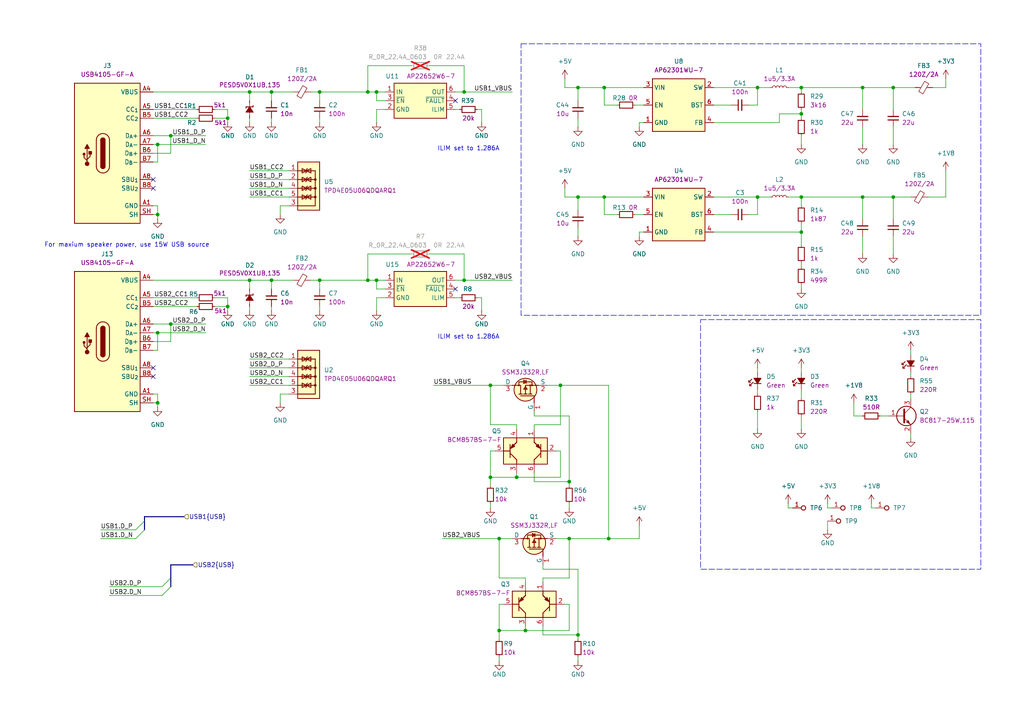
<source format=kicad_sch>
(kicad_sch (version 20231120) (generator "eeschema") (generator_version "8.0")
  (paper "A4")
  (title_block (title "audio-latency-processing-board") (date "2025-01-07") (rev "1.0.0"))
  (bus_alias "USB" (members "D_P" "D_N"))
  (junction (at 106.68 81.28))
  (junction (at 142.24 111.76))
  (junction (at 167.64 184.15))
  (junction (at 66.04 88.9))
  (junction (at 232.41 33.02))
  (junction (at 92.71 26.67))
  (junction (at 167.64 57.15))
  (junction (at 232.41 57.15))
  (junction (at 175.26 57.15))
  (junction (at 106.68 26.67))
  (junction (at 175.26 25.4))
  (junction (at 149.86 138.43))
  (junction (at 176.53 156.21))
  (junction (at 49.53 93.98))
  (junction (at 45.72 41.91))
  (junction (at 165.1 156.21))
  (junction (at 78.74 81.28))
  (junction (at 49.53 39.37))
  (junction (at 109.22 81.28))
  (junction (at 142.24 138.43))
  (junction (at 45.72 96.52))
  (junction (at 72.39 26.67))
  (junction (at 134.62 81.28))
  (junction (at 134.62 26.67))
  (junction (at 45.72 116.84))
  (junction (at 152.4 182.88))
  (junction (at 219.71 25.4))
  (junction (at 162.56 111.76))
  (junction (at 92.71 81.28))
  (junction (at 165.1 139.7))
  (junction (at 144.78 156.21))
  (junction (at 232.41 25.4))
  (junction (at 144.78 182.88))
  (junction (at 232.41 67.31))
  (junction (at 109.22 26.67))
  (junction (at 259.08 25.4))
  (junction (at 78.74 26.67))
  (junction (at 219.71 57.15))
  (junction (at 45.72 62.23))
  (junction (at 250.19 57.15))
  (junction (at 250.19 25.4))
  (junction (at 66.04 34.29))
  (junction (at 167.64 25.4))
  (junction (at 72.39 81.28))
  (junction (at 259.08 57.15))
  (no_connect (at 132.08 83.82))
  (no_connect (at 44.45 109.22))
  (no_connect (at 44.45 106.68))
  (no_connect (at 44.45 54.61))
  (no_connect (at 132.08 29.21))
  (no_connect (at 44.45 52.07))
  (bus_entry (at 49.53 170.18) (size -2.54 2.54))
  (bus_entry (at 49.53 167.64) (size -2.54 2.54))
  (bus_entry (at 41.91 151.13) (size -2.54 2.54))
  (bus_entry (at 41.91 153.67) (size -2.54 2.54))
  (wire (pts (xy 207.01 25.4) (xy 219.71 25.4)))
  (wire (pts (xy 106.68 73.66) (xy 106.68 81.28)))
  (wire (pts (xy 44.45 59.69) (xy 45.72 59.69)))
  (wire (pts (xy 142.24 146.05) (xy 142.24 147.32)))
  (wire (pts (xy 163.83 22.86) (xy 163.83 25.4)))
  (wire (pts (xy 152.4 181.61) (xy 152.4 182.88)))
  (wire (pts (xy 207.01 35.56) (xy 226.06 35.56)))
  (wire (pts (xy 78.74 29.21) (xy 78.74 26.67)))
  (wire (pts (xy 109.22 26.67) (xy 111.76 26.67)))
  (wire (pts (xy 165.1 156.21) (xy 176.53 156.21)))
  (wire (pts (xy 207.01 30.48) (xy 212.09 30.48)))
  (bus (pts (xy 53.34 149.86) (xy 41.91 149.86)))
  (wire (pts (xy 78.74 83.82) (xy 78.74 81.28)))
  (wire (pts (xy 139.7 31.75) (xy 139.7 35.56)))
  (wire (pts (xy 132.08 31.75) (xy 133.35 31.75)))
  (wire (pts (xy 134.62 73.66) (xy 134.62 81.28)))
  (wire (pts (xy 250.19 57.15) (xy 250.19 63.5)))
  (wire (pts (xy 44.45 99.06) (xy 49.53 99.06)))
  (wire (pts (xy 250.19 25.4) (xy 250.19 31.75)))
  (wire (pts (xy 185.42 67.31) (xy 186.69 67.31)))
  (wire (pts (xy 72.39 34.29) (xy 72.39 35.56)))
  (wire (pts (xy 44.45 101.6) (xy 45.72 101.6)))
  (wire (pts (xy 259.08 25.4) (xy 265.43 25.4)))
  (wire (pts (xy 44.45 34.29) (xy 57.15 34.29)))
  (wire (pts (xy 109.22 26.67) (xy 109.22 29.21)))
  (wire (pts (xy 72.39 81.28) (xy 78.74 81.28)))
  (wire (pts (xy 154.94 139.7) (xy 165.1 139.7)))
  (wire (pts (xy 144.78 167.64) (xy 152.4 167.64)))
  (wire (pts (xy 219.71 62.23) (xy 219.71 57.15)))
  (wire (pts (xy 49.53 93.98) (xy 59.69 93.98)))
  (wire (pts (xy 232.41 106.68) (xy 232.41 107.95)))
  (wire (pts (xy 250.19 68.58) (xy 250.19 73.66)))
  (wire (pts (xy 232.41 25.4) (xy 250.19 25.4)))
  (wire (pts (xy 45.72 41.91) (xy 59.69 41.91)))
  (wire (pts (xy 185.42 67.31) (xy 185.42 68.58)))
  (wire (pts (xy 161.29 156.21) (xy 165.1 156.21)))
  (wire (pts (xy 162.56 123.19) (xy 162.56 111.76)))
  (wire (pts (xy 232.41 71.12) (xy 232.41 67.31)))
  (wire (pts (xy 185.42 35.56) (xy 186.69 35.56)))
  (wire (pts (xy 167.64 66.04) (xy 167.64 68.58)))
  (wire (pts (xy 175.26 30.48) (xy 175.26 25.4)))
  (wire (pts (xy 134.62 19.05) (xy 134.62 26.67)))
  (wire (pts (xy 154.94 120.65) (xy 165.1 120.65)))
  (wire (pts (xy 92.71 26.67) (xy 92.71 29.21)))
  (wire (pts (xy 44.45 81.28) (xy 72.39 81.28)))
  (wire (pts (xy 72.39 52.07) (xy 83.82 52.07)))
  (wire (pts (xy 228.6 147.32) (xy 229.87 147.32)))
  (wire (pts (xy 78.74 88.9) (xy 78.74 90.17)))
  (wire (pts (xy 44.45 93.98) (xy 49.53 93.98)))
  (wire (pts (xy 247.65 116.84) (xy 247.65 120.65)))
  (wire (pts (xy 31.75 172.72) (xy 46.99 172.72)))
  (wire (pts (xy 254 147.32) (xy 252.73 147.32)))
  (wire (pts (xy 167.64 25.4) (xy 167.64 29.21)))
  (wire (pts (xy 264.16 107.95) (xy 264.16 109.22)))
  (wire (pts (xy 157.48 184.15) (xy 167.64 184.15)))
  (wire (pts (xy 259.08 57.15) (xy 259.08 63.5)))
  (wire (pts (xy 217.17 30.48) (xy 219.71 30.48)))
  (wire (pts (xy 167.64 57.15) (xy 175.26 57.15)))
  (wire (pts (xy 78.74 81.28) (xy 85.09 81.28)))
  (bus (pts (xy 49.53 167.64) (xy 49.53 170.18)))
  (wire (pts (xy 106.68 81.28) (xy 109.22 81.28)))
  (wire (pts (xy 175.26 25.4) (xy 186.69 25.4)))
  (wire (pts (xy 142.24 138.43) (xy 142.24 130.81)))
  (wire (pts (xy 165.1 139.7) (xy 165.1 140.97)))
  (wire (pts (xy 138.43 86.36) (xy 139.7 86.36)))
  (wire (pts (xy 232.41 120.65) (xy 232.41 124.46)))
  (wire (pts (xy 81.28 114.3) (xy 81.28 116.84)))
  (wire (pts (xy 45.72 96.52) (xy 59.69 96.52)))
  (wire (pts (xy 138.43 31.75) (xy 139.7 31.75)))
  (wire (pts (xy 83.82 104.14) (xy 72.39 104.14)))
  (wire (pts (xy 72.39 26.67) (xy 72.39 29.21)))
  (wire (pts (xy 179.07 30.48) (xy 175.26 30.48)))
  (wire (pts (xy 139.7 86.36) (xy 139.7 90.17)))
  (wire (pts (xy 149.86 137.16) (xy 149.86 138.43)))
  (wire (pts (xy 78.74 34.29) (xy 78.74 35.56)))
  (wire (pts (xy 124.46 73.66) (xy 134.62 73.66)))
  (wire (pts (xy 240.03 147.32) (xy 241.3 147.32)))
  (wire (pts (xy 92.71 88.9) (xy 92.71 90.17)))
  (wire (pts (xy 240.03 151.13) (xy 240.03 153.67)))
  (wire (pts (xy 81.28 59.69) (xy 81.28 62.23)))
  (wire (pts (xy 219.71 119.38) (xy 219.71 124.46)))
  (wire (pts (xy 44.45 96.52) (xy 45.72 96.52)))
  (wire (pts (xy 232.41 57.15) (xy 250.19 57.15)))
  (wire (pts (xy 264.16 125.73) (xy 264.16 127)))
  (wire (pts (xy 83.82 59.69) (xy 81.28 59.69)))
  (wire (pts (xy 152.4 182.88) (xy 144.78 182.88)))
  (wire (pts (xy 270.51 25.4) (xy 274.32 25.4)))
  (wire (pts (xy 83.82 114.3) (xy 81.28 114.3)))
  (wire (pts (xy 90.17 81.28) (xy 92.71 81.28)))
  (wire (pts (xy 83.82 111.76) (xy 72.39 111.76)))
  (wire (pts (xy 157.48 165.1) (xy 167.64 165.1)))
  (wire (pts (xy 269.24 57.15) (xy 274.32 57.15)))
  (bus (pts (xy 49.53 163.83) (xy 49.53 167.64)))
  (wire (pts (xy 163.83 25.4) (xy 167.64 25.4)))
  (wire (pts (xy 44.45 39.37) (xy 49.53 39.37)))
  (wire (pts (xy 134.62 26.67) (xy 148.59 26.67)))
  (wire (pts (xy 232.41 31.75) (xy 232.41 33.02)))
  (wire (pts (xy 250.19 36.83) (xy 250.19 41.91)))
  (wire (pts (xy 149.86 123.19) (xy 149.86 124.46)))
  (wire (pts (xy 111.76 83.82) (xy 109.22 83.82)))
  (wire (pts (xy 219.71 113.03) (xy 219.71 114.3)))
  (wire (pts (xy 92.71 81.28) (xy 106.68 81.28)))
  (wire (pts (xy 109.22 31.75) (xy 109.22 35.56)))
  (wire (pts (xy 106.68 19.05) (xy 106.68 26.67)))
  (wire (pts (xy 176.53 111.76) (xy 176.53 156.21)))
  (wire (pts (xy 162.56 111.76) (xy 176.53 111.76)))
  (wire (pts (xy 49.53 39.37) (xy 59.69 39.37)))
  (wire (pts (xy 45.72 101.6) (xy 45.72 96.52)))
  (wire (pts (xy 144.78 182.88) (xy 144.78 185.42)))
  (wire (pts (xy 184.15 30.48) (xy 186.69 30.48)))
  (wire (pts (xy 45.72 62.23) (xy 45.72 63.5)))
  (wire (pts (xy 207.01 67.31) (xy 232.41 67.31)))
  (wire (pts (xy 92.71 26.67) (xy 106.68 26.67)))
  (wire (pts (xy 154.94 123.19) (xy 154.94 124.46)))
  (wire (pts (xy 111.76 29.21) (xy 109.22 29.21)))
  (wire (pts (xy 163.83 54.61) (xy 163.83 57.15)))
  (wire (pts (xy 134.62 81.28) (xy 148.59 81.28)))
  (wire (pts (xy 72.39 109.22) (xy 83.82 109.22)))
  (wire (pts (xy 44.45 86.36) (xy 57.15 86.36)))
  (wire (pts (xy 142.24 138.43) (xy 142.24 140.97)))
  (wire (pts (xy 44.45 88.9) (xy 57.15 88.9)))
  (wire (pts (xy 132.08 81.28) (xy 134.62 81.28)))
  (wire (pts (xy 154.94 120.65) (xy 154.94 119.38)))
  (wire (pts (xy 49.53 44.45) (xy 49.53 39.37)))
  (wire (pts (xy 259.08 25.4) (xy 259.08 31.75)))
  (wire (pts (xy 162.56 130.81) (xy 162.56 138.43)))
  (wire (pts (xy 45.72 46.99) (xy 45.72 41.91)))
  (wire (pts (xy 29.21 153.67) (xy 39.37 153.67)))
  (wire (pts (xy 157.48 181.61) (xy 157.48 184.15)))
  (wire (pts (xy 259.08 68.58) (xy 259.08 73.66)))
  (wire (pts (xy 240.03 147.32) (xy 240.03 146.05)))
  (wire (pts (xy 226.06 33.02) (xy 232.41 33.02)))
  (wire (pts (xy 165.1 175.26) (xy 165.1 182.88)))
  (wire (pts (xy 142.24 123.19) (xy 149.86 123.19)))
  (wire (pts (xy 162.56 138.43) (xy 149.86 138.43)))
  (wire (pts (xy 165.1 146.05) (xy 165.1 147.32)))
  (wire (pts (xy 259.08 57.15) (xy 264.16 57.15)))
  (wire (pts (xy 78.74 26.67) (xy 85.09 26.67)))
  (wire (pts (xy 158.75 111.76) (xy 162.56 111.76)))
  (wire (pts (xy 165.1 175.26) (xy 163.83 175.26)))
  (wire (pts (xy 45.72 116.84) (xy 45.72 118.11)))
  (wire (pts (xy 185.42 152.4) (xy 185.42 156.21)))
  (wire (pts (xy 232.41 64.77) (xy 232.41 67.31)))
  (wire (pts (xy 167.64 165.1) (xy 167.64 184.15)))
  (wire (pts (xy 83.82 49.53) (xy 72.39 49.53)))
  (wire (pts (xy 228.6 57.15) (xy 232.41 57.15)))
  (bus (pts (xy 41.91 149.86) (xy 41.91 151.13)))
  (wire (pts (xy 92.71 34.29) (xy 92.71 35.56)))
  (wire (pts (xy 119.38 73.66) (xy 106.68 73.66)))
  (wire (pts (xy 219.71 30.48) (xy 219.71 25.4)))
  (wire (pts (xy 149.86 138.43) (xy 142.24 138.43)))
  (wire (pts (xy 228.6 146.05) (xy 228.6 147.32)))
  (wire (pts (xy 176.53 156.21) (xy 185.42 156.21)))
  (wire (pts (xy 185.42 35.56) (xy 185.42 36.83)))
  (wire (pts (xy 264.16 114.3) (xy 264.16 115.57)))
  (wire (pts (xy 62.23 88.9) (xy 66.04 88.9)))
  (wire (pts (xy 154.94 123.19) (xy 162.56 123.19)))
  (wire (pts (xy 90.17 26.67) (xy 92.71 26.67)))
  (wire (pts (xy 66.04 35.56) (xy 66.04 34.29)))
  (wire (pts (xy 184.15 62.23) (xy 186.69 62.23)))
  (wire (pts (xy 44.45 26.67) (xy 72.39 26.67)))
  (bus (pts (xy 55.88 163.83) (xy 49.53 163.83)))
  (wire (pts (xy 247.65 120.65) (xy 250.19 120.65)))
  (wire (pts (xy 83.82 57.15) (xy 72.39 57.15)))
  (wire (pts (xy 232.41 39.37) (xy 232.41 41.91)))
  (wire (pts (xy 162.56 130.81) (xy 161.29 130.81)))
  (wire (pts (xy 264.16 101.6) (xy 264.16 102.87)))
  (wire (pts (xy 66.04 90.17) (xy 66.04 88.9)))
  (wire (pts (xy 132.08 86.36) (xy 133.35 86.36)))
  (wire (pts (xy 167.64 57.15) (xy 167.64 60.96)))
  (wire (pts (xy 167.64 25.4) (xy 175.26 25.4)))
  (wire (pts (xy 44.45 46.99) (xy 45.72 46.99)))
  (wire (pts (xy 167.64 184.15) (xy 167.64 185.42)))
  (wire (pts (xy 106.68 26.67) (xy 109.22 26.67)))
  (wire (pts (xy 157.48 167.64) (xy 157.48 168.91)))
  (wire (pts (xy 232.41 25.4) (xy 232.41 26.67)))
  (wire (pts (xy 45.72 114.3) (xy 45.72 116.84)))
  (wire (pts (xy 62.23 31.75) (xy 66.04 31.75)))
  (wire (pts (xy 232.41 113.03) (xy 232.41 115.57)))
  (wire (pts (xy 157.48 167.64) (xy 165.1 167.64)))
  (wire (pts (xy 44.45 62.23) (xy 45.72 62.23)))
  (wire (pts (xy 255.27 120.65) (xy 257.81 120.65)))
  (wire (pts (xy 44.45 114.3) (xy 45.72 114.3)))
  (wire (pts (xy 62.23 86.36) (xy 66.04 86.36)))
  (wire (pts (xy 142.24 111.76) (xy 146.05 111.76)))
  (wire (pts (xy 252.73 147.32) (xy 252.73 146.05)))
  (wire (pts (xy 128.27 156.21) (xy 144.78 156.21)))
  (wire (pts (xy 49.53 99.06) (xy 49.53 93.98)))
  (wire (pts (xy 274.32 22.86) (xy 274.32 25.4)))
  (wire (pts (xy 163.83 57.15) (xy 167.64 57.15)))
  (wire (pts (xy 219.71 106.68) (xy 219.71 107.95)))
  (wire (pts (xy 157.48 165.1) (xy 157.48 163.83)))
  (wire (pts (xy 142.24 130.81) (xy 143.51 130.81)))
  (wire (pts (xy 132.08 26.67) (xy 134.62 26.67)))
  (wire (pts (xy 66.04 86.36) (xy 66.04 88.9)))
  (wire (pts (xy 124.46 19.05) (xy 134.62 19.05)))
  (wire (pts (xy 219.71 57.15) (xy 223.52 57.15)))
  (wire (pts (xy 66.04 31.75) (xy 66.04 34.29)))
  (wire (pts (xy 207.01 57.15) (xy 219.71 57.15)))
  (wire (pts (xy 72.39 106.68) (xy 83.82 106.68)))
  (wire (pts (xy 144.78 175.26) (xy 146.05 175.26)))
  (wire (pts (xy 92.71 81.28) (xy 92.71 83.82)))
  (wire (pts (xy 217.17 62.23) (xy 219.71 62.23)))
  (wire (pts (xy 154.94 137.16) (xy 154.94 139.7)))
  (wire (pts (xy 179.07 62.23) (xy 175.26 62.23)))
  (wire (pts (xy 232.41 57.15) (xy 232.41 59.69)))
  (wire (pts (xy 125.73 111.76) (xy 142.24 111.76)))
  (wire (pts (xy 109.22 86.36) (xy 109.22 90.17)))
  (wire (pts (xy 31.75 170.18) (xy 46.99 170.18)))
  (wire (pts (xy 44.45 41.91) (xy 45.72 41.91)))
  (wire (pts (xy 250.19 57.15) (xy 259.08 57.15)))
  (wire (pts (xy 142.24 111.76) (xy 142.24 123.19)))
  (bus (pts (xy 41.91 151.13) (xy 41.91 153.67)))
  (wire (pts (xy 250.19 25.4) (xy 259.08 25.4)))
  (wire (pts (xy 175.26 57.15) (xy 186.69 57.15)))
  (wire (pts (xy 44.45 31.75) (xy 57.15 31.75)))
  (wire (pts (xy 165.1 120.65) (xy 165.1 139.7)))
  (wire (pts (xy 72.39 88.9) (xy 72.39 90.17)))
  (wire (pts (xy 109.22 81.28) (xy 109.22 83.82)))
  (wire (pts (xy 274.32 49.53) (xy 274.32 57.15)))
  (wire (pts (xy 144.78 156.21) (xy 148.59 156.21)))
  (wire (pts (xy 207.01 62.23) (xy 212.09 62.23)))
  (wire (pts (xy 72.39 81.28) (xy 72.39 83.82)))
  (wire (pts (xy 109.22 81.28) (xy 111.76 81.28)))
  (wire (pts (xy 72.39 26.67) (xy 78.74 26.67)))
  (wire (pts (xy 119.38 19.05) (xy 106.68 19.05)))
  (wire (pts (xy 44.45 44.45) (xy 49.53 44.45)))
  (wire (pts (xy 226.06 35.56) (xy 226.06 33.02)))
  (wire (pts (xy 29.21 156.21) (xy 39.37 156.21)))
  (wire (pts (xy 111.76 31.75) (xy 109.22 31.75)))
  (wire (pts (xy 167.64 34.29) (xy 167.64 36.83)))
  (wire (pts (xy 152.4 167.64) (xy 152.4 168.91)))
  (wire (pts (xy 165.1 167.64) (xy 165.1 156.21)))
  (wire (pts (xy 232.41 33.02) (xy 232.41 34.29)))
  (wire (pts (xy 62.23 34.29) (xy 66.04 34.29)))
  (wire (pts (xy 144.78 190.5) (xy 144.78 191.77)))
  (wire (pts (xy 259.08 36.83) (xy 259.08 41.91)))
  (wire (pts (xy 167.64 190.5) (xy 167.64 191.77)))
  (wire (pts (xy 72.39 54.61) (xy 83.82 54.61)))
  (wire (pts (xy 45.72 59.69) (xy 45.72 62.23)))
  (wire (pts (xy 175.26 62.23) (xy 175.26 57.15)))
  (wire (pts (xy 111.76 86.36) (xy 109.22 86.36)))
  (wire (pts (xy 219.71 25.4) (xy 223.52 25.4)))
  (wire (pts (xy 144.78 156.21) (xy 144.78 167.64)))
  (wire (pts (xy 228.6 25.4) (xy 232.41 25.4)))
  (wire (pts (xy 232.41 76.2) (xy 232.41 77.47)))
  (wire (pts (xy 165.1 182.88) (xy 152.4 182.88)))
  (wire (pts (xy 232.41 82.55) (xy 232.41 83.82)))
  (wire (pts (xy 144.78 182.88) (xy 144.78 175.26)))
  (wire (pts (xy 44.45 116.84) (xy 45.72 116.84)))
  (rectangle (start 203.2 92.71) (end 284.48 165.1) (stroke (width 0) (type dash)))
  (rectangle (start 151.13 12.7) (end 284.48 91.44) (stroke (width 0) (type dash)))
  (text "ILIM set to 1.286A" (at 135.89 43.18 0) (effects (font (size 1.27 1.27))))
  (text "ILIM set to 1.286A" (at 135.89 97.79 0) (effects (font (size 1.27 1.27))))
  (text "For maxium speaker power, use 15W USB source" (at 36.83 71.12 0) (effects (font (size 1.27 1.27))))
  (label "USB2_CC2" (at 72.39 104.14 0))
  (label "USB1_D_N" (at 72.39 54.61 0))
  (label "USB1_CC2" (at 54.61 34.29 180))
  (label "USB2.D_P" (at 31.75 170.18 0))
  (label "USB2_CC2" (at 54.61 88.9 180))
  (label "USB2_CC1" (at 72.39 111.76 0))
  (label "USB2_D_N" (at 59.69 96.52 180))
  (label "USB2_D_P" (at 59.69 93.98 180))
  (label "USB1_CC2" (at 72.39 49.53 0))
  (label "USB1_VBUS" (at 148.59 26.67 180))
  (label "USB2_VBUS" (at 128.27 156.21 0))
  (label "USB1_CC1" (at 72.39 57.15 0))
  (label "USB1_D_P" (at 72.39 52.07 0))
  (label "USB1.D_N" (at 29.21 156.21 0))
  (label "USB1.D_P" (at 29.21 153.67 0))
  (label "USB1_D_P" (at 59.69 39.37 180))
  (label "USB2_D_N" (at 72.39 109.22 0))
  (label "USB1_VBUS" (at 125.73 111.76 0))
  (label "USB2_CC1" (at 54.61 86.36 180))
  (label "USB2_D_P" (at 72.39 106.68 0))
  (label "USB1_CC1" (at 54.61 31.75 180))
  (label "USB1_D_N" (at 59.69 41.91 180))
  (label "USB2_VBUS" (at 148.59 81.28 180))
  (label "USB2.D_N" (at 31.75 172.72 0))
  (hierarchical_label "USB1{USB}" (shape input) (at 53.34 149.86 0))
  (hierarchical_label "USB2{USB}" (shape input) (at 55.88 163.83 0))
  (symbol (lib_id "antmicroResistors0402:R_5k1_0402") (at 57.15 86.36 0) (unit 1)
    (property "Reference" "R5" (at 56.134 85.344 0))
    (property "Value" "R_5k1_0402" (effects (hide yes)))
    (property "Footprint" "antmicro-footprints:R_0402_1005Metric" (effects (hide yes)))
    (property "Datasheet" "https://www.bourns.com/docs/product-datasheets/cr.pdf" (effects (hide yes)))
    (property "Description" "SMD Chip Resistor, 5.1 kohm, ± 1%, 63 mW, 0402 [1005 Metric], Thick Film, General Purpose" (effects (hide yes)))
    (property "MPN" "CR0402-FX-5101GLF" (effects (hide yes)))
    (property "Manufacturer" "Bourns" (effects (hide yes)))
    (property "License" "Apache-2.0" (effects (hide yes)))
    (property "Author" "Antmicro" (effects (hide yes)))
    (property "Val" "5k1" (at 63.754 85.09 0))
    (property "Tolerance" "1%" (effects (hide yes)))
  )
  (symbol (lib_id "antmicroCapacitors0402:C_10u_10V_0402") (at 167.64 66.04 90) (unit 1)
    (property "Reference" "C45" (at 165.1 62.2236 90) (effects (justify left)))
    (property "Value" "C_10u_10V_0402" (effects (hide yes)))
    (property "Footprint" "antmicro-footprints:C_0402_1005Metric" (effects (hide yes)))
    (property "Datasheet" "https://www.murata.com/products/productdetail?partno=GRM155R61A106ME11%23" (effects (hide yes)))
    (property "Description" "Multilayer Ceramic Capacitors MLCC - SMD/SMT 10 uF 10 VDC 20% 0402 X5R" (effects (hide yes)))
    (property "MPN" "GRM155R61A106ME11D" (effects (hide yes)))
    (property "Manufacturer" "Murata" (effects (hide yes)))
    (property "License" "Apache-2.0" (effects (hide yes)))
    (property "Author" "Antmicro" (effects (hide yes)))
    (property "Val" "10u" (at 165.1 64.7636 90) (effects (justify left)))
    (property "Voltage" "10V" (effects (hide yes)))
    (property "Dielectric" "X5R" (effects (hide yes)))
  )
  (symbol (lib_id "antmicropower:+5V") (at 228.6 146.05 0) (unit 1)
    (property "Reference" "#PWR072" (effects (hide yes)))
    (property "Value" "+5V" (at 228.6 140.97 0))
    (property "Author" "Antmicro" (effects (hide yes)))
    (property "License" "Apache-2.0" (effects (hide yes)))
  )
  (symbol (lib_id "antmicroDCDCConverters:AP62301_TSOT") (at 186.69 57.15 0) (unit 1)
    (property "Reference" "U4" (at 196.85 49.53 0))
    (property "Value" "AP62301_TSOT" (effects (hide yes)))
    (property "Footprint" "antmicro-footprints:TSOT23-6" (effects (hide yes)))
    (property "Datasheet" "https://www.diodes.com/assets/Datasheets/AP62300_AP62301_AP62300T.pdf" (effects (hide yes)))
    (property "Description" "DC-DC Switching Synchronous Buck Regulator, Adjustable, 4.2V-18Vin, 0.8V-7V/3A out, TSOT-26-6" (effects (hide yes)))
    (property "MPN" "AP62301WU-7" (at 196.85 52.07 0))
    (property "Manufacturer" "Diodes Incorporated" (effects (hide yes)))
    (property "Author" "Antmicro" (effects (hide yes)))
    (property "License" "Apache-2.0" (effects (hide yes)))
  )
  (symbol (lib_id "antmicroCapacitors0402:C_22u_0402") (at 259.08 36.83 90) (unit 1)
    (property "Reference" "C46" (at 261.62 33.0136 90) (effects (justify right)))
    (property "Value" "C_22u_0402" (effects (hide yes)))
    (property "Footprint" "antmicro-footprints:C_0402_1005Metric" (effects (hide yes)))
    (property "Datasheet" "https://www.murata.com/products/productdetail?partno=GRM158R60J226ME01%23" (effects (hide yes)))
    (property "Description" "SMD Multilayer Ceramic Capacitor, 22 uF, 4 V, 0402 [1005 Metric], X6S" (effects (hide yes)))
    (property "MPN" "GRM158R60J226ME01D" (effects (hide yes)))
    (property "Manufacturer" "Murata" (effects (hide yes)))
    (property "License" "Apache-2.0" (effects (hide yes)))
    (property "Author" "Antmicro" (effects (hide yes)))
    (property "Val" "22u" (at 261.62 35.5536 90) (effects (justify right)))
  )
  (symbol (lib_id "antmicroResistors0402:R_499R_0402") (at 232.41 82.55 90) (unit 1)
    (property "Reference" "R34" (at 234.95 78.74 90) (effects (justify right)))
    (property "Value" "R_499R_0402" (effects (hide yes)))
    (property "Footprint" "antmicro-footprints:R_0402_1005Metric" (effects (hide yes)))
    (property "Datasheet" "https://www.mouser.com/datasheet/2/54/cr-1858361.pdf" (effects (hide yes)))
    (property "Description" "SMD Chip Resistor, 499 ohm, ± 1%, 63 mW, 0402 [1005 Metric], Thick Film, General Purpose" (effects (hide yes)))
    (property "MPN" "CR0402-FX-4990GLF" (effects (hide yes)))
    (property "Manufacturer" "Bourns" (effects (hide yes)))
    (property "License" "Apache-2.0" (effects (hide yes)))
    (property "Author" "Antmicro" (effects (hide yes)))
    (property "Val" "499R" (at 234.95 81.28 90) (effects (justify right)))
    (property "Tolerance" "1%" (effects (hide yes)))
  )
  (symbol (lib_id "antmicropower:GND") (at 66.04 35.56 0) (unit 1)
    (property "Reference" "#PWR06" (effects (hide yes)))
    (property "Value" "GND" (at 66.04 39.37 0))
    (property "Author" "Antmicro" (effects (hide yes)))
    (property "License" "Apache-2.0" (effects (hide yes)))
  )
  (symbol (lib_id "antmicropower:GND") (at 81.28 62.23 0) (unit 1)
    (property "Reference" "#PWR030" (effects (hide yes)))
    (property "Value" "GND" (at 81.28 67.31 0))
    (property "Author" "Antmicro" (effects (hide yes)))
    (property "License" "Apache-2.0" (effects (hide yes)))
  )
  (symbol (lib_id "antmicropower:GND") (at 72.39 35.56 0) (unit 1)
    (property "Reference" "#PWR031" (effects (hide yes)))
    (property "Value" "GND" (at 72.39 39.37 0))
    (property "Author" "Antmicro" (effects (hide yes)))
    (property "License" "Apache-2.0" (effects (hide yes)))
  )
  (symbol (lib_id "antmicroResistors0402:R_5k1_0402") (at 57.15 31.75 0) (unit 1)
    (property "Reference" "R1" (at 55.626 30.734 0))
    (property "Value" "R_5k1_0402" (effects (hide yes)))
    (property "Footprint" "antmicro-footprints:R_0402_1005Metric" (effects (hide yes)))
    (property "Datasheet" "https://www.bourns.com/docs/product-datasheets/cr.pdf" (effects (hide yes)))
    (property "Description" "SMD Chip Resistor, 5.1 kohm, ± 1%, 63 mW, 0402 [1005 Metric], Thick Film, General Purpose" (effects (hide yes)))
    (property "MPN" "CR0402-FX-5101GLF" (effects (hide yes)))
    (property "Manufacturer" "Bourns" (effects (hide yes)))
    (property "License" "Apache-2.0" (effects (hide yes)))
    (property "Author" "Antmicro" (effects (hide yes)))
    (property "Val" "5k1" (at 63.754 30.48 0))
    (property "Tolerance" "1%" (effects (hide yes)))
  )
  (symbol (lib_id "antmicropower:GND") (at 139.7 35.56 0) (unit 1)
    (property "Reference" "#PWR083" (effects (hide yes)))
    (property "Value" "GND" (at 139.7 39.37 0))
    (property "Author" "Antmicro" (effects (hide yes)))
    (property "License" "Apache-2.0" (effects (hide yes)))
  )
  (symbol (lib_id "antmicropower:GND") (at 232.41 83.82 0) (unit 1)
    (property "Reference" "#PWR071" (effects (hide yes)))
    (property "Value" "GND" (at 232.41 88.9 0))
    (property "Author" "Antmicro" (effects (hide yes)))
    (property "License" "Apache-2.0" (effects (hide yes)))
  )
  (symbol (lib_id "antmicroResistors0402:R_5k1_0402") (at 57.15 88.9 0) (mirror x) (unit 1)
    (property "Reference" "R6" (at 56.134 90.424 0))
    (property "Value" "R_5k1_0402" (effects (hide yes)))
    (property "Footprint" "antmicro-footprints:R_0402_1005Metric" (effects (hide yes)))
    (property "Datasheet" "https://www.bourns.com/docs/product-datasheets/cr.pdf" (effects (hide yes)))
    (property "Description" "SMD Chip Resistor, 5.1 kohm, ± 1%, 63 mW, 0402 [1005 Metric], Thick Film, General Purpose" (effects (hide yes)))
    (property "MPN" "CR0402-FX-5101GLF" (effects (hide yes)))
    (property "Manufacturer" "Bourns" (effects (hide yes)))
    (property "License" "Apache-2.0" (effects (hide yes)))
    (property "Author" "Antmicro" (effects (hide yes)))
    (property "Val" "5k1" (at 64.008 90.17 0))
    (property "Tolerance" "1%" (effects (hide yes)))
  )
  (symbol (lib_id "antmicropower:GND") (at 142.24 147.32 0) (unit 1)
    (property "Reference" "#PWR020" (effects (hide yes)))
    (property "Value" "GND" (at 142.24 151.13 0))
    (property "Author" "Antmicro" (effects (hide yes)))
    (property "License" "Apache-2.0" (effects (hide yes)))
  )
  (symbol (lib_id "antmicroResistors0402:R_20k_0402") (at 138.43 31.75 180) (unit 1)
    (property "Reference" "R39" (at 135.636 29.21 0))
    (property "Value" "R_20k_0402" (effects (hide yes)))
    (property "Footprint" "antmicro-footprints:R_0402_1005Metric" (effects (hide yes)))
    (property "Datasheet" "https://www.bourns.com/docs/product-datasheets/cr.pdf" (effects (hide yes)))
    (property "Description" "SMD Chip Resistor, 20 kohm, ± 1%, 62.5 mW, 0402 [1005 Metric], Thick Film, General Purpose" (effects (hide yes)))
    (property "MPN" "CR0402-FX-2002GLF" (effects (hide yes)))
    (property "Manufacturer" "Bourns" (effects (hide yes)))
    (property "License" "Apache-2.0" (effects (hide yes)))
    (property "Author" "Antmicro" (effects (hide yes)))
    (property "Val" "20k" (at 135.89 34.29 0))
    (property "Tolerance" "1%" (effects (hide yes)))
  )
  (symbol (lib_id "antmicroResistors0603:R_0R_22.4A_0603") (at 119.38 19.05 0) (unit 1) (dnp yes)
    (property "Reference" "R38" (at 121.92 13.97 0))
    (property "Value" "R_0R_22.4A_0603" (at 115.316 16.51 0))
    (property "Footprint" "antmicro-footprints:R_0603_1608Metric" (effects (hide yes)))
    (property "Datasheet" "https://fscdn.rohm.com/en/products/databook/datasheet/passive/resistor/chip_resistor/pmr-jpw-e.pdf" (effects (hide yes)))
    (property "Description" "SMD Chip Resistor" (effects (hide yes)))
    (property "MPN" "PMR03EZPJ000" (effects (hide yes)))
    (property "Manufacturer" "ROHM Semiconductor" (effects (hide yes)))
    (property "Val" "0R" (at 127 16.51 0))
    (property "Max. Curr." "22.4A" (at 132.08 16.51 0))
    (property "Author" "Antmicro" (effects (hide yes)))
    (property "License" "Apache-2.0" (effects (hide yes)))
    (property "Tolerance" "template_tolerance" (effects (hide yes)))
  )
  (symbol (lib_id "antmicroCapacitors0402:C_10n_0402") (at 78.74 34.29 90) (unit 1)
    (property "Reference" "C1" (at 81.28 30.4736 90) (effects (justify right)))
    (property "Value" "C_10n_0402" (effects (hide yes)))
    (property "Footprint" "antmicro-footprints:C_0402_1005Metric" (effects (hide yes)))
    (property "Datasheet" "https://www.murata.com/products/productdetail?partno=GRM155R71H103KA88%23" (effects (hide yes)))
    (property "Description" "SMD Multilayer Ceramic Capacitor, 10000 pF, 50 V, 0402 [1005 Metric], ± 10%, X7R, GRM Series" (effects (hide yes)))
    (property "MPN" "GRM155R71H103KA88D" (effects (hide yes)))
    (property "Manufacturer" "Murata" (effects (hide yes)))
    (property "License" "Apache-2.0" (effects (hide yes)))
    (property "Author" "Antmicro" (effects (hide yes)))
    (property "Val" "10n" (at 81.28 33.0136 90) (effects (justify right)))
    (property "Voltage" "50V" (effects (hide yes)))
    (property "Dielectric" "X7R" (effects (hide yes)))
  )
  (symbol (lib_id "antmicroTransistorsBipolarSingle:BC817-25W") (at 257.81 120.65 0) (unit 1)
    (property "Reference" "Q2" (at 266.7 119.38 0) (effects (justify left)))
    (property "Value" "BC817-25W" (effects (hide yes)))
    (property "Footprint" "antmicro-footprints:SOT-323" (effects (hide yes)))
    (property "Datasheet" "https://assets.nexperia.com/documents/data-sheet/BC817W_SER.pdf" (effects (hide yes)))
    (property "Description" "Bipolar (BJT) Single Transistor, NPN, 45 V, 500 mA, 200 mW, SOT-323, Surface Mount" (effects (hide yes)))
    (property "MPN" "BC817-25W,115" (at 266.7 121.92 0) (effects (justify left)))
    (property "Manufacturer" "Nexperia" (effects (hide yes)))
    (property "Author" "Antmicro" (effects (hide yes)))
    (property "License" "Apache-2.0" (effects (hide yes)))
  )
  (symbol (lib_id "antmicroTVSDiodes:TPD4E05U06QDQARQ1") (at 83.82 104.14 0) (unit 1)
    (property "Reference" "U2" (at 93.98 107.315 0) (effects (justify left)))
    (property "Value" "TPD4E05U06QDQARQ1" (effects (hide yes)))
    (property "Footprint" "antmicro-footprints:USON-10_2.5x1mm_P0.5mm" (effects (hide yes)))
    (property "Datasheet" "https://www.ti.com/lit/ds/symlink/tpd4e05u06-q1.pdf?HQS=dis-mous-null-mousermode-dsf-pf-null-wwe&ts=1663591265741&ref_url=https%253A%252F%252Fwww.mouser.com%252F" (effects (hide yes)))
    (property "Description" "TVS diode array, 12 kV, USON-10, 5.5 V, 0.5 pF" (effects (hide yes)))
    (property "MPN" "TPD4E05U06QDQARQ1" (at 93.98 109.855 0) (effects (justify left)))
    (property "Manufacturer" "Texas Instruments" (effects (hide yes)))
    (property "Author" "Antmicro" (effects (hide yes)))
    (property "License" "Apache-2.0" (effects (hide yes)))
  )
  (symbol (lib_id "antmicropower:GND") (at 250.19 41.91 0) (unit 1)
    (property "Reference" "#PWR0110" (effects (hide yes)))
    (property "Value" "GND" (at 250.19 46.99 0))
    (property "Author" "Antmicro" (effects (hide yes)))
    (property "License" "Apache-2.0" (effects (hide yes)))
  )
  (symbol (lib_id "antmicroCapacitors0402:C_100n_0402") (at 92.71 34.29 90) (unit 1)
    (property "Reference" "C2" (at 95.25 30.4736 90) (effects (justify right)))
    (property "Value" "C_100n_0402" (effects (hide yes)))
    (property "Footprint" "antmicro-footprints:C_0402_1005Metric" (effects (hide yes)))
    (property "Datasheet" "https://www.murata.com/products/productdetail?partno=GRM155R61H104KE14%23" (effects (hide yes)))
    (property "Description" "SMD Multilayer Ceramic Capacitor, 0.1 µF, 50 V, 0402 [1005 Metric], ± 10%, X5R, GRM Series" (effects (hide yes)))
    (property "MPN" "GRM155R61H104KE14D" (effects (hide yes)))
    (property "Manufacturer" "Murata" (effects (hide yes)))
    (property "License" "Apache-2.0" (effects (hide yes)))
    (property "Author" "Antmicro" (effects (hide yes)))
    (property "Val" "100n" (at 95.25 33.0136 90) (effects (justify right)))
    (property "Voltage" "50V" (effects (hide yes)))
    (property "Dielectric" "X5R" (effects (hide yes)))
  )
  (symbol (lib_id "antmicroTVSDiodes:TPD4E05U06QDQARQ1") (at 83.82 49.53 0) (unit 1)
    (property "Reference" "U5" (at 93.98 52.705 0) (effects (justify left)))
    (property "Value" "TPD4E05U06QDQARQ1" (effects (hide yes)))
    (property "Footprint" "antmicro-footprints:USON-10_2.5x1mm_P0.5mm" (effects (hide yes)))
    (property "Datasheet" "https://www.ti.com/lit/ds/symlink/tpd4e05u06-q1.pdf?HQS=dis-mous-null-mousermode-dsf-pf-null-wwe&ts=1663591265741&ref_url=https%253A%252F%252Fwww.mouser.com%252F" (effects (hide yes)))
    (property "Description" "TVS diode array, 12 kV, USON-10, 5.5 V, 0.5 pF" (effects (hide yes)))
    (property "MPN" "TPD4E05U06QDQARQ1" (at 93.98 55.245 0) (effects (justify left)))
    (property "Manufacturer" "Texas Instruments" (effects (hide yes)))
    (property "Author" "Antmicro" (effects (hide yes)))
    (property "License" "Apache-2.0" (effects (hide yes)))
  )
  (symbol (lib_id "antmicroFerriteBeadsandChips:FB_120Z_2A_Murata-BLM18PG_0603") (at 264.16 57.15 0) (unit 1)
    (property "Reference" "FB5" (at 266.6619 50.8 0))
    (property "Value" "FB_120Z_2A_Murata-BLM18PG_0603" (effects (hide yes)))
    (property "Footprint" "antmicro-footprints:FB_0603_1608Metric" (effects (hide yes)))
    (property "Datasheet" "https://www.murata.com/en-us/products/productdata/8796738650142/ENFA0003.pdf" (effects (hide yes)))
    (property "Description" "Ferrite Bead, 0603 [1608 Metric], 120 ohm, 2 A, BLM18P, 0.05 ohm, ± 25%, DC power line" (effects (hide yes)))
    (property "Val" "120Z/2A" (at 266.6619 53.34 0))
    (property "MPN" "BLM18PG121SN1D" (effects (hide yes)))
    (property "Manufacturer" "Murata" (effects (hide yes)))
    (property "Author" "Antmicro" (effects (hide yes)))
    (property "License" "Apache-2.0" (effects (hide yes)))
  )
  (symbol (lib_id "antmicropower:GND") (at 250.19 73.66 0) (unit 1)
    (property "Reference" "#PWR0112" (effects (hide yes)))
    (property "Value" "GND" (at 250.19 78.74 0))
    (property "Author" "Antmicro" (effects (hide yes)))
    (property "License" "Apache-2.0" (effects (hide yes)))
  )
  (symbol (lib_id "antmicroResistors0402:R_1k_0402") (at 219.71 114.3 90) (mirror x) (unit 1)
    (property "Reference" "R37" (at 222.25 115.57 90) (effects (justify right)))
    (property "Value" "R_1k_0402" (effects (hide yes)))
    (property "Footprint" "antmicro-footprints:R_0402_1005Metric" (effects (hide yes)))
    (property "Datasheet" "https://www.bourns.com/docs/product-datasheets/cr.pdf" (effects (hide yes)))
    (property "Description" "SMD Chip Resistor, 1 kohm, ± 1%, 63 mW, 0402 [1005 Metric], Thick Film, General Purpose" (effects (hide yes)))
    (property "MPN" "CR0402-FX-1001GLF" (effects (hide yes)))
    (property "Manufacturer" "Bourns" (effects (hide yes)))
    (property "License" "Apache-2.0" (effects (hide yes)))
    (property "Author" "Antmicro" (effects (hide yes)))
    (property "Val" "1k" (at 222.25 118.11 90) (effects (justify right)))
    (property "Tolerance" "1%" (effects (hide yes)))
  )
  (symbol (lib_id "antmicroResistors0402:R_1k_0402") (at 232.41 39.37 90) (unit 1)
    (property "Reference" "R30" (at 234.95 35.56 90) (effects (justify right)))
    (property "Value" "R_1k_0402" (effects (hide yes)))
    (property "Footprint" "antmicro-footprints:R_0402_1005Metric" (effects (hide yes)))
    (property "Datasheet" "https://www.bourns.com/docs/product-datasheets/cr.pdf" (effects (hide yes)))
    (property "Description" "SMD Chip Resistor, 1 kohm, ± 1%, 63 mW, 0402 [1005 Metric], Thick Film, General Purpose" (effects (hide yes)))
    (property "MPN" "CR0402-FX-1001GLF" (effects (hide yes)))
    (property "Manufacturer" "Bourns" (effects (hide yes)))
    (property "License" "Apache-2.0" (effects (hide yes)))
    (property "Author" "Antmicro" (effects (hide yes)))
    (property "Val" "1k" (at 234.95 38.1 90) (effects (justify right)))
    (property "Tolerance" "1%" (effects (hide yes)))
  )
  (symbol (lib_id "antmicroTVSDiodes:PESD5V0X1UB") (at 72.39 29.21 270) (unit 1)
    (property "Reference" "D1" (at 71.12 22.352 90) (effects (justify left)))
    (property "Value" "PESD5V0X1UB" (effects (hide yes)))
    (property "Footprint" "antmicro-footprints:SOD-523" (effects (hide yes)))
    (property "Datasheet" "https://assets.nexperia.com/documents/data-sheet/PESD5V0X1UB.pdf" (effects (hide yes)))
    (property "Description" "Unidirectional TVS, 8 kV,  SOD-523, 5.5 V, 0.95 pF" (effects (hide yes)))
    (property "MPN" "PESD5V0X1UB,135" (at 63.5 24.638 90) (effects (justify left)))
    (property "Manufacturer" "Nexperia" (effects (hide yes)))
    (property "Author" "Antmicro" (effects (hide yes)))
    (property "License" "Apache-2.0" (effects (hide yes)))
  )
  (symbol (lib_id "antmicropower:GND") (at 167.64 68.58 0) (unit 1)
    (property "Reference" "#PWR0104" (effects (hide yes)))
    (property "Value" "GND" (at 167.64 73.66 0))
    (property "Author" "Antmicro" (effects (hide yes)))
    (property "License" "Apache-2.0" (effects (hide yes)))
  )
  (symbol (lib_id "antmicroCapacitors0402:C_100n_0402") (at 212.09 62.23 0) (unit 1)
    (property "Reference" "C3" (at 214.6363 55.88 0))
    (property "Value" "C_100n_0402" (effects (hide yes)))
    (property "Footprint" "antmicro-footprints:C_0402_1005Metric" (effects (hide yes)))
    (property "Datasheet" "https://www.murata.com/products/productdetail?partno=GRM155R61H104KE14%23" (effects (hide yes)))
    (property "Description" "SMD Multilayer Ceramic Capacitor, 0.1 µF, 50 V, 0402 [1005 Metric], ± 10%, X5R, GRM Series" (effects (hide yes)))
    (property "MPN" "GRM155R61H104KE14D" (effects (hide yes)))
    (property "Manufacturer" "Murata" (effects (hide yes)))
    (property "License" "Apache-2.0" (effects (hide yes)))
    (property "Author" "Antmicro" (effects (hide yes)))
    (property "Val" "100n" (at 214.6363 58.42 0))
    (property "Voltage" "50V" (effects (hide yes)))
    (property "Dielectric" "X5R" (effects (hide yes)))
  )
  (symbol (lib_id "antmicropower:+5V") (at 163.83 22.86 0) (unit 1)
    (property "Reference" "#PWR063" (effects (hide yes)))
    (property "Value" "+5V" (at 163.83 17.78 0))
    (property "Author" "Antmicro" (effects (hide yes)))
    (property "License" "Apache-2.0" (effects (hide yes)))
  )
  (symbol (lib_id "antmicroCapacitors0402:C_10u_10V_0402") (at 167.64 34.29 90) (unit 1)
    (property "Reference" "C44" (at 165.1 30.4736 90) (effects (justify left)))
    (property "Value" "C_10u_10V_0402" (effects (hide yes)))
    (property "Footprint" "antmicro-footprints:C_0402_1005Metric" (effects (hide yes)))
    (property "Datasheet" "https://www.murata.com/products/productdetail?partno=GRM155R61A106ME11%23" (effects (hide yes)))
    (property "Description" "Multilayer Ceramic Capacitors MLCC - SMD/SMT 10 uF 10 VDC 20% 0402 X5R" (effects (hide yes)))
    (property "MPN" "GRM155R61A106ME11D" (effects (hide yes)))
    (property "Manufacturer" "Murata" (effects (hide yes)))
    (property "License" "Apache-2.0" (effects (hide yes)))
    (property "Author" "Antmicro" (effects (hide yes)))
    (property "Val" "10u" (at 165.1 33.0136 90) (effects (justify left)))
    (property "Voltage" "10V" (effects (hide yes)))
    (property "Dielectric" "X5R" (effects (hide yes)))
  )
  (symbol (lib_id "antmicropower:+3V3") (at 232.41 106.68 0) (unit 1)
    (property "Reference" "#PWR0105" (effects (hide yes)))
    (property "Value" "+3V3" (at 232.41 101.6 0))
    (property "Author" "Antmicro" (effects (hide yes)))
    (property "License" "Apache-2.0" (effects (hide yes)))
  )
  (symbol (lib_id "antmicropower:GND") (at 185.42 36.83 0) (unit 1)
    (property "Reference" "#PWR057" (effects (hide yes)))
    (property "Value" "GND" (at 185.42 41.91 0))
    (property "Author" "Antmicro" (effects (hide yes)))
    (property "License" "Apache-2.0" (effects (hide yes)))
  )
  (symbol (lib_id "antmicroFerriteBeadsandChips:FB_120Z_2A_Murata-BLM18PG_0603") (at 85.09 81.28 0) (unit 1)
    (property "Reference" "FB2" (at 87.5919 74.93 0))
    (property "Value" "FB_120Z_2A_Murata-BLM18PG_0603" (effects (hide yes)))
    (property "Footprint" "antmicro-footprints:FB_0603_1608Metric" (effects (hide yes)))
    (property "Datasheet" "https://www.murata.com/en-us/products/productdata/8796738650142/ENFA0003.pdf" (effects (hide yes)))
    (property "Description" "Ferrite Bead, 0603 [1608 Metric], 120 ohm, 2 A, BLM18P, 0.05 ohm, ± 25%, DC power line" (effects (hide yes)))
    (property "Val" "120Z/2A" (at 87.5919 77.47 0))
    (property "MPN" "BLM18PG121SN1D" (effects (hide yes)))
    (property "Manufacturer" "Murata" (effects (hide yes)))
    (property "Author" "Antmicro" (effects (hide yes)))
    (property "License" "Apache-2.0" (effects (hide yes)))
  )
  (symbol (lib_id "antmicroFerriteBeadsandChips:FB_120Z_2A_Murata-BLM18PG_0603") (at 85.09 26.67 0) (unit 1)
    (property "Reference" "FB1" (at 87.5919 20.32 0))
    (property "Value" "FB_120Z_2A_Murata-BLM18PG_0603" (effects (hide yes)))
    (property "Footprint" "antmicro-footprints:FB_0603_1608Metric" (effects (hide yes)))
    (property "Datasheet" "https://www.murata.com/en-us/products/productdata/8796738650142/ENFA0003.pdf" (effects (hide yes)))
    (property "Description" "Ferrite Bead, 0603 [1608 Metric], 120 ohm, 2 A, BLM18P, 0.05 ohm, ± 25%, DC power line" (effects (hide yes)))
    (property "Val" "120Z/2A" (at 87.5919 22.86 0))
    (property "MPN" "BLM18PG121SN1D" (effects (hide yes)))
    (property "Manufacturer" "Murata" (effects (hide yes)))
    (property "Author" "Antmicro" (effects (hide yes)))
    (property "License" "Apache-2.0" (effects (hide yes)))
  )
  (symbol (lib_id "antmicropower:+3V3") (at 264.16 101.6 0) (unit 1)
    (property "Reference" "#PWR0114" (effects (hide yes)))
    (property "Value" "+3V3" (at 264.16 96.52 0))
    (property "Author" "Antmicro" (effects (hide yes)))
    (property "License" "Apache-2.0" (effects (hide yes)))
  )
  (symbol (lib_id "antmicropower:+1V8") (at 252.73 146.05 0) (unit 1)
    (property "Reference" "#PWR078" (effects (hide yes)))
    (property "Value" "+1V8" (at 252.73 140.97 0))
    (property "Author" "Antmicro" (effects (hide yes)))
    (property "License" "Apache-2.0" (effects (hide yes)))
  )
  (symbol (lib_id "antmicropower:+1V8") (at 247.65 116.84 0) (unit 1)
    (property "Reference" "#PWR0106" (effects (hide yes)))
    (property "Value" "+1V8" (at 247.65 111.76 0))
    (property "Author" "Antmicro" (effects (hide yes)))
    (property "License" "Apache-2.0" (effects (hide yes)))
  )
  (symbol (lib_id "antmicroResistors0402:R_220R_0402") (at 232.41 120.65 90) (unit 1)
    (property "Reference" "R31" (at 234.95 116.84 90) (effects (justify right)))
    (property "Value" "R_220R_0402" (effects (hide yes)))
    (property "Footprint" "antmicro-footprints:R_0402_1005Metric" (effects (hide yes)))
    (property "Datasheet" "https://www.bourns.com/docs/product-datasheets/cr.pdf" (effects (hide yes)))
    (property "Description" "SMD Chip Resistor, 220 ohm, ± 1%, 62.5 mW, 0402 [1005 Metric], Thick Film, General Purpose" (effects (hide yes)))
    (property "MPN" "CR0402-FX-2200GLF" (effects (hide yes)))
    (property "Manufacturer" "Bourns" (effects (hide yes)))
    (property "License" "Apache-2.0" (effects (hide yes)))
    (property "Author" "Antmicro" (effects (hide yes)))
    (property "Val" "220R" (at 234.95 119.38 90) (effects (justify right)))
    (property "Tolerance" "1%" (effects (hide yes)))
  )
  (symbol (lib_id "antmicroCapacitors0402:C_100n_0402") (at 92.71 88.9 90) (unit 1)
    (property "Reference" "C7" (at 95.25 85.0836 90) (effects (justify right)))
    (property "Value" "C_100n_0402" (effects (hide yes)))
    (property "Footprint" "antmicro-footprints:C_0402_1005Metric" (effects (hide yes)))
    (property "Datasheet" "https://www.murata.com/products/productdetail?partno=GRM155R61H104KE14%23" (effects (hide yes)))
    (property "Description" "SMD Multilayer Ceramic Capacitor, 0.1 µF, 50 V, 0402 [1005 Metric], ± 10%, X5R, GRM Series" (effects (hide yes)))
    (property "MPN" "GRM155R61H104KE14D" (effects (hide yes)))
    (property "Manufacturer" "Murata" (effects (hide yes)))
    (property "License" "Apache-2.0" (effects (hide yes)))
    (property "Author" "Antmicro" (effects (hide yes)))
    (property "Val" "100n" (at 95.25 87.6236 90) (effects (justify right)))
    (property "Voltage" "50V" (effects (hide yes)))
    (property "Dielectric" "X5R" (effects (hide yes)))
  )
  (symbol (lib_id "antmicroResistors0402:R_0R_0402") (at 179.07 30.48 0) (unit 1)
    (property "Reference" "R28" (at 179.578 28.448 0))
    (property "Value" "R_0R_0402" (effects (hide yes)))
    (property "Footprint" "antmicro-footprints:R_0402_1005Metric" (effects (hide yes)))
    (property "Datasheet" "https://industrial.panasonic.com/cdbs/www-data/pdf/RDA0000/AOA0000C301.pdf" (effects (hide yes)))
    (property "Description" "SMD Chip Resistor, Jumper, 0 ohm, 100 mW, 0402 [1005 Metric], Thick Film, General Purpose" (effects (hide yes)))
    (property "MPN" "ERJ2GE0R00X" (effects (hide yes)))
    (property "Manufacturer" "Panasonic" (effects (hide yes)))
    (property "License" "Apache-2.0" (effects (hide yes)))
    (property "Author" "Antmicro" (effects (hide yes)))
    (property "Val" "0R" (at 183.642 28.448 0))
    (property "Current" "1A" (effects (hide yes)))
  )
  (symbol (lib_id "antmicroResistors0402:R_1k87_0402") (at 232.41 64.77 90) (unit 1)
    (property "Reference" "R14" (at 234.95 60.96 90) (effects (justify right)))
    (property "Value" "R_1k87_0402" (effects (hide yes)))
    (property "Footprint" "antmicro-footprints:R_0402_1005Metric" (effects (hide yes)))
    (property "Datasheet" "https://www.bourns.com/docs/product-datasheets/cr.pdf" (effects (hide yes)))
    (property "Description" "SMD Chip Resistor, Ceramic, 1.87 kohm, ± 1%, 62.5 mW, 0402 [1005 Metric], Thick Film" (effects (hide yes)))
    (property "MPN" "CR0402-FX-1871GLF" (effects (hide yes)))
    (property "Manufacturer" "Bourns" (effects (hide yes)))
    (property "License" "Apache-2.0" (effects (hide yes)))
    (property "Author" "Antmicro" (effects (hide yes)))
    (property "Val" "1k87" (at 234.95 63.5 90) (effects (justify right)))
    (property "Tolerance" "1%" (effects (hide yes)))
  )
  (symbol (lib_id "antmicropower:GND") (at 165.1 147.32 0) (unit 1)
    (property "Reference" "#PWR021" (effects (hide yes)))
    (property "Value" "GND" (at 165.1 151.13 0))
    (property "Author" "Antmicro" (effects (hide yes)))
    (property "License" "Apache-2.0" (effects (hide yes)))
  )
  (symbol (lib_id "antmicropower:GND") (at 167.64 191.77 0) (unit 1)
    (property "Reference" "#PWR019" (effects (hide yes)))
    (property "Value" "GND" (at 167.64 195.58 0))
    (property "Author" "Antmicro" (effects (hide yes)))
    (property "License" "Apache-2.0" (effects (hide yes)))
  )
  (symbol (lib_id "antmicroResistors0402:R_0R_0402") (at 179.07 62.23 0) (unit 1)
    (property "Reference" "R13" (at 179.578 60.198 0))
    (property "Value" "R_0R_0402" (effects (hide yes)))
    (property "Footprint" "antmicro-footprints:R_0402_1005Metric" (effects (hide yes)))
    (property "Datasheet" "https://industrial.panasonic.com/cdbs/www-data/pdf/RDA0000/AOA0000C301.pdf" (effects (hide yes)))
    (property "Description" "SMD Chip Resistor, Jumper, 0 ohm, 100 mW, 0402 [1005 Metric], Thick Film, General Purpose" (effects (hide yes)))
    (property "MPN" "ERJ2GE0R00X" (effects (hide yes)))
    (property "Manufacturer" "Panasonic" (effects (hide yes)))
    (property "License" "Apache-2.0" (effects (hide yes)))
    (property "Author" "Antmicro" (effects (hide yes)))
    (property "Val" "0R" (at 183.642 60.198 0))
    (property "Current" "1A" (effects (hide yes)))
  )
  (symbol (lib_id "antmicropower:GND") (at 139.7 90.17 0) (unit 1)
    (property "Reference" "#PWR017" (effects (hide yes)))
    (property "Value" "GND" (at 139.7 93.98 0))
    (property "Author" "Antmicro" (effects (hide yes)))
    (property "License" "Apache-2.0" (effects (hide yes)))
  )
  (symbol (lib_id "antmicropower:GND") (at 259.08 73.66 0) (unit 1)
    (property "Reference" "#PWR0113" (effects (hide yes)))
    (property "Value" "GND" (at 259.08 78.74 0))
    (property "Author" "Antmicro" (effects (hide yes)))
    (property "License" "Apache-2.0" (effects (hide yes)))
  )
  (symbol (lib_id "antmicropower:GND") (at 78.74 90.17 0) (unit 1)
    (property "Reference" "#PWR013" (effects (hide yes)))
    (property "Value" "GND" (at 78.74 93.98 0))
    (property "Author" "Antmicro" (effects (hide yes)))
    (property "License" "Apache-2.0" (effects (hide yes)))
  )
  (symbol (lib_id "antmicroTransistorsBipolarArrays:BCM857BS-7-F") (at 163.83 175.26 180) (unit 1)
    (property "Reference" "Q3" (at 147.955 170.18 0) (effects (justify left top)))
    (property "Value" "BCM857BS-7-F" (effects (hide yes)))
    (property "Footprint" "antmicro-footprints:SOT-363" (effects (hide yes)))
    (property "Datasheet" "https://www.diodes.com/assets/Datasheets/BCM857BS.pdf" (effects (hide yes)))
    (property "MPN" "BCM857BS-7-F" (at 147.955 172.72 0) (effects (justify left top)))
    (property "Manufacturer" "Diodes Incorporated" (effects (hide yes)))
    (property "Author" "Antmicro" (effects (hide yes)))
    (property "License" "Apache-2.0" (effects (hide yes)))
  )
  (symbol (lib_id "antmicroPMICPowerDistributionSwitchesLoadDrivers:AP22652W6") (at 111.76 81.28 0) (unit 1)
    (property "Reference" "U15" (at 113.792 76.708 0))
    (property "Value" "AP22652W6" (effects (hide yes)))
    (property "Footprint" "antmicro-footprints:SOT-23-6" (effects (hide yes)))
    (property "Datasheet" "https://www.diodes.com/assets/Datasheets/AP22652_53_52A_53A.pdf" (effects (hide yes)))
    (property "Description" "Power Switch/Driver 1:1 P-Channel 2.1A SOT-26" (effects (hide yes)))
    (property "Manufacturer" "Diodes Incorporated" (effects (hide yes)))
    (property "MPN" "AP22652W6-7" (at 124.968 76.708 0))
    (property "Author" "Antmicro" (effects (hide yes)))
    (property "License" "Apache-2.0" (effects (hide yes)))
  )
  (symbol (lib_id "antmicroFixedInductors:L_1u5_3.3A_1008") (at 223.52 25.4 0) (unit 1)
    (property "Reference" "L1" (at 226.06 20.32 0))
    (property "Value" "L_1u5_3.3A_1008" (effects (hide yes)))
    (property "Footprint" "antmicro-footprints:L_1008_2520Metric" (effects (hide yes)))
    (property "Datasheet" "https://product.tdk.com/en/search/inductor/inductor/smd/info?part_no=TFM252012ALMA1R5MTAA" (effects (hide yes)))
    (property "Description" "Thin Film Inductor, 1.5 µH, 0.06 ohm, 3.3 A, 1008 [2520 Metric], TFM-ALMA" (effects (hide yes)))
    (property "Val" "1u5/3.3A" (at 226.06 22.86 0))
    (property "Manufacturer" "TDK" (effects (hide yes)))
    (property "MPN" "TFM252012ALMA1R5MTAA" (effects (hide yes)))
    (property "ISat" "3.9 A" (effects (hide yes)))
    (property "IMax" "3.3 A" (effects (hide yes)))
    (property "Size" "2.5x2.0" (effects (hide yes)))
    (property "Author" "Antmicro" (effects (hide yes)))
    (property "License" "Apache-2.0" (effects (hide yes)))
  )
  (symbol (lib_id "antmicropower:+5V") (at 185.42 152.4 0) (unit 1)
    (property "Reference" "#PWR022" (effects (hide yes)))
    (property "Value" "+5V" (at 185.42 147.32 0))
    (property "Author" "Antmicro" (effects (hide yes)))
    (property "License" "Apache-2.0" (effects (hide yes)))
  )
  (symbol (lib_id "antmicroResistors0402:R_10k_0402") (at 165.1 146.05 90) (unit 1)
    (property "Reference" "R56" (at 166.37 142.24 90) (effects (justify right)))
    (property "Value" "R_10k_0402" (effects (hide yes)))
    (property "Footprint" "antmicro-footprints:R_0402_1005Metric" (effects (hide yes)))
    (property "Datasheet" "https://www.bourns.com/docs/product-datasheets/cr.pdf" (effects (hide yes)))
    (property "Manufacturer" "Bourns" (effects (hide yes)))
    (property "MPN" "CR0402-FX-1002GLF" (effects (hide yes)))
    (property "Val" "10k" (at 166.37 144.78 90) (effects (justify right)))
    (property "License" "Apache-2.0" (effects (hide yes)))
    (property "Author" "Antmicro" (effects (hide yes)))
    (property "Tolerance" "1%" (effects (hide yes)))
  )
  (symbol (lib_id "antmicropower:GND") (at 66.04 90.17 0) (unit 1)
    (property "Reference" "#PWR011" (effects (hide yes)))
    (property "Value" "GND" (at 66.04 93.98 0))
    (property "Author" "Antmicro" (effects (hide yes)))
    (property "License" "Apache-2.0" (effects (hide yes)))
  )
  (symbol (lib_id "antmicropower:GND") (at 167.64 36.83 0) (unit 1)
    (property "Reference" "#PWR0103" (effects (hide yes)))
    (property "Value" "GND" (at 167.64 41.91 0))
    (property "Author" "Antmicro" (effects (hide yes)))
    (property "License" "Apache-2.0" (effects (hide yes)))
  )
  (symbol (lib_id "antmicropower:GND") (at 240.03 153.67 0) (unit 1)
    (property "Reference" "#PWR075" (effects (hide yes)))
    (property "Value" "GND" (at 240.03 157.48 0))
    (property "Author" "Antmicro" (effects (hide yes)))
    (property "License" "Apache-2.0" (effects (hide yes)))
  )
  (symbol (lib_id "antmicroLEDIndicationDiscrete:LED_G_0402_VLMTG1500-GS08") (at 219.71 113.03 90) (unit 1)
    (property "Reference" "D5" (at 222.25 109.22 90) (effects (justify right)))
    (property "Value" "LED_G_0402_VLMTG1500-GS08" (effects (hide yes)))
    (property "Footprint" "antmicro-footprints:LED_0402_1005Metric_G" (effects (hide yes)))
    (property "Datasheet" "https://www.vishay.com/docs/82554/vlmo1500.pdf" (effects (hide yes)))
    (property "Description" "LED, Green, SMD, 1005, 5 mA, 3.1 V, 535 nm" (effects (hide yes)))
    (property "MPN" "VLMTG1500-GS08" (effects (hide yes)))
    (property "Manufacturer" "Vishay" (effects (hide yes)))
    (property "Color" "Green" (at 222.25 111.7599 90) (effects (justify right)))
    (property "Author" "Antmicro" (effects (hide yes)))
    (property "License" "Apache-2.0" (effects (hide yes)))
  )
  (symbol (lib_id "antmicropower:GND") (at 144.78 191.77 0) (unit 1)
    (property "Reference" "#PWR018" (effects (hide yes)))
    (property "Value" "GND" (at 144.78 195.58 0))
    (property "Author" "Antmicro" (effects (hide yes)))
    (property "License" "Apache-2.0" (effects (hide yes)))
  )
  (symbol (lib_id "antmicroCapacitors0402:C_100n_0402") (at 212.09 30.48 0) (unit 1)
    (property "Reference" "C41" (at 214.6363 24.13 0))
    (property "Value" "C_100n_0402" (effects (hide yes)))
    (property "Footprint" "antmicro-footprints:C_0402_1005Metric" (effects (hide yes)))
    (property "Datasheet" "https://www.murata.com/products/productdetail?partno=GRM155R61H104KE14%23" (effects (hide yes)))
    (property "Description" "SMD Multilayer Ceramic Capacitor, 0.1 µF, 50 V, 0402 [1005 Metric], ± 10%, X5R, GRM Series" (effects (hide yes)))
    (property "MPN" "GRM155R61H104KE14D" (effects (hide yes)))
    (property "Manufacturer" "Murata" (effects (hide yes)))
    (property "License" "Apache-2.0" (effects (hide yes)))
    (property "Author" "Antmicro" (effects (hide yes)))
    (property "Val" "100n" (at 214.6363 26.67 0))
    (property "Voltage" "50V" (effects (hide yes)))
    (property "Dielectric" "X5R" (effects (hide yes)))
  )
  (symbol (lib_id "antmicropower:GND") (at 232.41 124.46 0) (unit 1)
    (property "Reference" "#PWR060" (effects (hide yes)))
    (property "Value" "GND" (at 232.41 129.54 0))
    (property "Author" "Antmicro" (effects (hide yes)))
    (property "License" "Apache-2.0" (effects (hide yes)))
  )
  (symbol (lib_id "antmicropower:GND") (at 45.72 118.11 0) (unit 1)
    (property "Reference" "#PWR010" (effects (hide yes)))
    (property "Value" "GND" (at 45.72 123.19 0))
    (property "Author" "Antmicro" (effects (hide yes)))
    (property "License" "Apache-2.0" (effects (hide yes)))
  )
  (symbol (lib_id "antmicroResistors0402:R_10k_0402") (at 144.78 190.5 90) (unit 1)
    (property "Reference" "R9" (at 146.05 186.69 90) (effects (justify right)))
    (property "Value" "R_10k_0402" (effects (hide yes)))
    (property "Footprint" "antmicro-footprints:R_0402_1005Metric" (effects (hide yes)))
    (property "Datasheet" "https://www.bourns.com/docs/product-datasheets/cr.pdf" (effects (hide yes)))
    (property "Manufacturer" "Bourns" (effects (hide yes)))
    (property "MPN" "CR0402-FX-1002GLF" (effects (hide yes)))
    (property "Val" "10k" (at 146.05 189.23 90) (effects (justify right)))
    (property "License" "Apache-2.0" (effects (hide yes)))
    (property "Author" "Antmicro" (effects (hide yes)))
    (property "Tolerance" "1%" (effects (hide yes)))
  )
  (symbol (lib_id "antmicroTransistorsFETsMOSFETsSingle:SSM3J332R") (at 154.94 119.38 90) (unit 1)
    (property "Reference" "Q4" (at 152.4 105.41 90))
    (property "Value" "SSM3J332R" (effects (hide yes)))
    (property "Footprint" "antmicro-footprints:SOT-23-3" (effects (hide yes)))
    (property "Datasheet" "https://www.mouser.com/datasheet/2/408/SSM3J332R_datasheet_en_20181015-1150575.pdf" (effects (hide yes)))
    (property "MPN" "SSM3J332R,LF" (at 152.4 107.95 90))
    (property "Manufacturer" "Toshiba" (effects (hide yes)))
    (property "Author" "Antmicro" (effects (hide yes)))
    (property "License" "Apache-2.0" (effects (hide yes)))
  )
  (symbol (lib_id "antmicropower:+1V8") (at 274.32 49.53 0) (unit 1)
    (property "Reference" "#PWR073" (effects (hide yes)))
    (property "Value" "+1V8" (at 274.32 44.45 0))
    (property "Author" "Antmicro" (effects (hide yes)))
    (property "License" "Apache-2.0" (effects (hide yes)))
  )
  (symbol (lib_id "antmicroResistors0402:R_20k_0402") (at 138.43 86.36 180) (unit 1)
    (property "Reference" "R8" (at 135.636 83.82 0))
    (property "Value" "R_20k_0402" (effects (hide yes)))
    (property "Footprint" "antmicro-footprints:R_0402_1005Metric" (effects (hide yes)))
    (property "Datasheet" "https://www.bourns.com/docs/product-datasheets/cr.pdf" (effects (hide yes)))
    (property "Description" "SMD Chip Resistor, 20 kohm, ± 1%, 62.5 mW, 0402 [1005 Metric], Thick Film, General Purpose" (effects (hide yes)))
    (property "MPN" "CR0402-FX-2002GLF" (effects (hide yes)))
    (property "Manufacturer" "Bourns" (effects (hide yes)))
    (property "License" "Apache-2.0" (effects (hide yes)))
    (property "Author" "Antmicro" (effects (hide yes)))
    (property "Val" "20k" (at 135.89 88.9 0))
    (property "Tolerance" "1%" (effects (hide yes)))
  )
  (symbol (lib_id "antmicropower:GND") (at 259.08 41.91 0) (unit 1)
    (property "Reference" "#PWR0111" (effects (hide yes)))
    (property "Value" "GND" (at 259.08 46.99 0))
    (property "Author" "Antmicro" (effects (hide yes)))
    (property "License" "Apache-2.0" (effects (hide yes)))
  )
  (symbol (lib_id "antmicropower:GND") (at 45.72 63.5 0) (unit 1)
    (property "Reference" "#PWR09" (effects (hide yes)))
    (property "Value" "GND" (at 45.72 68.58 0))
    (property "Author" "Antmicro" (effects (hide yes)))
    (property "License" "Apache-2.0" (effects (hide yes)))
  )
  (symbol (lib_id "antmicropower:GND") (at 81.28 116.84 0) (unit 1)
    (property "Reference" "#PWR014" (effects (hide yes)))
    (property "Value" "GND" (at 81.28 121.92 0))
    (property "Author" "Antmicro" (effects (hide yes)))
    (property "License" "Apache-2.0" (effects (hide yes)))
  )
  (symbol (lib_id "antmicropower:GND") (at 72.39 90.17 0) (unit 1)
    (property "Reference" "#PWR012" (effects (hide yes)))
    (property "Value" "GND" (at 72.39 93.98 0))
    (property "Author" "Antmicro" (effects (hide yes)))
    (property "License" "Apache-2.0" (effects (hide yes)))
  )
  (symbol (lib_id "antmicroTestPoints:TP_1.5mm_SMD") (at 229.87 147.32 0) (unit 1) (in_bom no)
    (property "Reference" "TP6" (at 234.95 147.32 0) (effects (justify left)))
    (property "Value" "TP_1.5mm_SMD" (effects (hide yes)))
    (property "Footprint" "antmicro-footprints:TP_SMD_1.5mm" (effects (hide yes)))
    (property "Description" "test point, SMT" (effects (hide yes)))
    (property "Author" "Antmicro" (effects (hide yes)))
    (property "License" "Apache-2.0" (effects (hide yes)))
  )
  (symbol (lib_id "antmicropower:GND") (at 185.42 68.58 0) (unit 1)
    (property "Reference" "#PWR070" (effects (hide yes)))
    (property "Value" "GND" (at 185.42 73.66 0))
    (property "Author" "Antmicro" (effects (hide yes)))
    (property "License" "Apache-2.0" (effects (hide yes)))
  )
  (symbol (lib_id "antmicroTransistorsBipolarArrays:BCM857BS-7-F") (at 161.29 130.81 180) (unit 1)
    (property "Reference" "Q5" (at 145.415 125.73 0) (effects (justify left top)))
    (property "Value" "BCM857BS-7-F" (effects (hide yes)))
    (property "Footprint" "antmicro-footprints:SOT-363" (effects (hide yes)))
    (property "Datasheet" "https://www.diodes.com/assets/Datasheets/BCM857BS.pdf" (effects (hide yes)))
    (property "MPN" "BCM857BS-7-F" (at 145.415 128.27 0) (effects (justify left top)))
    (property "Manufacturer" "Diodes Incorporated" (effects (hide yes)))
    (property "Author" "Antmicro" (effects (hide yes)))
    (property "License" "Apache-2.0" (effects (hide yes)))
  )
  (symbol (lib_id "antmicropower:+5V") (at 163.83 54.61 0) (unit 1)
    (property "Reference" "#PWR069" (effects (hide yes)))
    (property "Value" "+5V" (at 163.83 49.53 0))
    (property "Author" "Antmicro" (effects (hide yes)))
    (property "License" "Apache-2.0" (effects (hide yes)))
  )
  (symbol (lib_id "antmicroTVSDiodes:PESD5V0X1UB") (at 72.39 83.82 270) (unit 1)
    (property "Reference" "D2" (at 71.12 76.962 90) (effects (justify left)))
    (property "Value" "PESD5V0X1UB" (effects (hide yes)))
    (property "Footprint" "antmicro-footprints:SOD-523" (effects (hide yes)))
    (property "Datasheet" "https://assets.nexperia.com/documents/data-sheet/PESD5V0X1UB.pdf" (effects (hide yes)))
    (property "Description" "Unidirectional TVS, 8 kV,  SOD-523, 5.5 V, 0.95 pF" (effects (hide yes)))
    (property "MPN" "PESD5V0X1UB,135" (at 63.5 79.248 90) (effects (justify left)))
    (property "Manufacturer" "Nexperia" (effects (hide yes)))
    (property "Author" "Antmicro" (effects (hide yes)))
    (property "License" "Apache-2.0" (effects (hide yes)))
  )
  (symbol (lib_id "antmicroResistors0603:R_0R_22.4A_0603") (at 119.38 73.66 0) (unit 1) (dnp yes)
    (property "Reference" "R7" (at 121.92 68.58 0))
    (property "Value" "R_0R_22.4A_0603" (at 115.316 71.12 0))
    (property "Footprint" "antmicro-footprints:R_0603_1608Metric" (effects (hide yes)))
    (property "Datasheet" "https://fscdn.rohm.com/en/products/databook/datasheet/passive/resistor/chip_resistor/pmr-jpw-e.pdf" (effects (hide yes)))
    (property "Description" "SMD Chip Resistor" (effects (hide yes)))
    (property "MPN" "PMR03EZPJ000" (effects (hide yes)))
    (property "Manufacturer" "ROHM Semiconductor" (effects (hide yes)))
    (property "Val" "0R" (at 127 71.12 0))
    (property "Max. Curr." "22.4A" (at 132.08 71.12 0))
    (property "Author" "Antmicro" (effects (hide yes)))
    (property "License" "Apache-2.0" (effects (hide yes)))
    (property "Tolerance" "template_tolerance" (effects (hide yes)))
  )
  (symbol (lib_id "antmicroResistors0402:R_1k_0402") (at 232.41 76.2 90) (unit 1)
    (property "Reference" "R15" (at 234.95 72.39 90) (effects (justify right)))
    (property "Value" "R_1k_0402" (effects (hide yes)))
    (property "Footprint" "antmicro-footprints:R_0402_1005Metric" (effects (hide yes)))
    (property "Datasheet" "https://www.bourns.com/docs/product-datasheets/cr.pdf" (effects (hide yes)))
    (property "Description" "SMD Chip Resistor, 1 kohm, ± 1%, 63 mW, 0402 [1005 Metric], Thick Film, General Purpose" (effects (hide yes)))
    (property "MPN" "CR0402-FX-1001GLF" (effects (hide yes)))
    (property "Manufacturer" "Bourns" (effects (hide yes)))
    (property "License" "Apache-2.0" (effects (hide yes)))
    (property "Author" "Antmicro" (effects (hide yes)))
    (property "Val" "1k" (at 234.95 74.93 90) (effects (justify right)))
    (property "Tolerance" "1%" (effects (hide yes)))
  )
  (symbol (lib_id "antmicroCapacitors0402:C_22u_0402") (at 250.19 68.58 270) (mirror x) (unit 1)
    (property "Reference" "C48" (at 247.65 64.7636 90) (effects (justify right)))
    (property "Value" "C_22u_0402" (effects (hide yes)))
    (property "Footprint" "antmicro-footprints:C_0402_1005Metric" (effects (hide yes)))
    (property "Datasheet" "https://www.murata.com/products/productdetail?partno=GRM158R60J226ME01%23" (effects (hide yes)))
    (property "Description" "SMD Multilayer Ceramic Capacitor, 22 uF, 4 V, 0402 [1005 Metric], X6S" (effects (hide yes)))
    (property "MPN" "GRM158R60J226ME01D" (effects (hide yes)))
    (property "Manufacturer" "Murata" (effects (hide yes)))
    (property "License" "Apache-2.0" (effects (hide yes)))
    (property "Author" "Antmicro" (effects (hide yes)))
    (property "Val" "22u" (at 247.65 67.3036 90) (effects (justify right)))
  )
  (symbol (lib_id "antmicroLEDIndicationDiscrete:LED_G_0402_VLMTG1500-GS08") (at 264.16 107.95 90) (unit 1)
    (property "Reference" "D4" (at 266.7 104.14 90) (effects (justify right)))
    (property "Value" "LED_G_0402_VLMTG1500-GS08" (effects (hide yes)))
    (property "Footprint" "antmicro-footprints:LED_0402_1005Metric_G" (effects (hide yes)))
    (property "Datasheet" "https://www.vishay.com/docs/82554/vlmo1500.pdf" (effects (hide yes)))
    (property "Description" "LED, Green, SMD, 1005, 5 mA, 3.1 V, 535 nm" (effects (hide yes)))
    (property "MPN" "VLMTG1500-GS08" (effects (hide yes)))
    (property "Manufacturer" "Vishay" (effects (hide yes)))
    (property "Color" "Green" (at 266.7 106.6799 90) (effects (justify right)))
    (property "Author" "Antmicro" (effects (hide yes)))
    (property "License" "Apache-2.0" (effects (hide yes)))
  )
  (symbol (lib_id "antmicroTestPoints:TP_1.5mm_SMD") (at 254 147.32 0) (unit 1) (in_bom no)
    (property "Reference" "TP7" (at 259.08 147.32 0) (effects (justify left)))
    (property "Value" "TP_1.5mm_SMD" (effects (hide yes)))
    (property "Footprint" "antmicro-footprints:TP_SMD_1.5mm" (effects (hide yes)))
    (property "Description" "test point, SMT" (effects (hide yes)))
    (property "Author" "Antmicro" (effects (hide yes)))
    (property "License" "Apache-2.0" (effects (hide yes)))
  )
  (symbol (lib_id "antmicropower:+5V") (at 219.71 106.68 0) (unit 1)
    (property "Reference" "#PWR0108" (effects (hide yes)))
    (property "Value" "+5V" (at 219.71 101.6 0))
    (property "Author" "Antmicro" (effects (hide yes)))
    (property "License" "Apache-2.0" (effects (hide yes)))
  )
  (symbol (lib_id "antmicropower:GND") (at 232.41 41.91 0) (unit 1)
    (property "Reference" "#PWR059" (effects (hide yes)))
    (property "Value" "GND" (at 232.41 46.99 0))
    (property "Author" "Antmicro" (effects (hide yes)))
    (property "License" "Apache-2.0" (effects (hide yes)))
  )
  (symbol (lib_id "antmicropower:GND") (at 78.74 35.56 0) (unit 1)
    (property "Reference" "#PWR08" (effects (hide yes)))
    (property "Value" "GND" (at 78.74 39.37 0))
    (property "Author" "Antmicro" (effects (hide yes)))
    (property "License" "Apache-2.0" (effects (hide yes)))
  )
  (symbol (lib_id "antmicropower:GND") (at 92.71 35.56 0) (unit 1)
    (property "Reference" "#PWR07" (effects (hide yes)))
    (property "Value" "GND" (at 92.71 39.37 0))
    (property "Author" "Antmicro" (effects (hide yes)))
    (property "License" "Apache-2.0" (effects (hide yes)))
  )
  (symbol (lib_id "antmicroResistors0402:R_10k_0402") (at 142.24 146.05 90) (unit 1)
    (property "Reference" "R32" (at 143.51 142.24 90) (effects (justify right)))
    (property "Value" "R_10k_0402" (effects (hide yes)))
    (property "Footprint" "antmicro-footprints:R_0402_1005Metric" (effects (hide yes)))
    (property "Datasheet" "https://www.bourns.com/docs/product-datasheets/cr.pdf" (effects (hide yes)))
    (property "Manufacturer" "Bourns" (effects (hide yes)))
    (property "MPN" "CR0402-FX-1002GLF" (effects (hide yes)))
    (property "Val" "10k" (at 143.51 144.78 90) (effects (justify right)))
    (property "License" "Apache-2.0" (effects (hide yes)))
    (property "Author" "Antmicro" (effects (hide yes)))
    (property "Tolerance" "1%" (effects (hide yes)))
  )
  (symbol (lib_id "antmicroTestPoints:TP_1.5mm_SMD") (at 241.3 147.32 0) (unit 1) (in_bom no)
    (property "Reference" "TP8" (at 246.38 147.32 0) (effects (justify left)))
    (property "Value" "TP_1.5mm_SMD" (effects (hide yes)))
    (property "Footprint" "antmicro-footprints:TP_SMD_1.5mm" (effects (hide yes)))
    (property "Description" "test point, SMT" (effects (hide yes)))
    (property "Author" "Antmicro" (effects (hide yes)))
    (property "License" "Apache-2.0" (effects (hide yes)))
  )
  (symbol (lib_id "antmicroResistors0402:R_3k16_0402") (at 232.41 31.75 90) (unit 1)
    (property "Reference" "R29" (at 234.95 27.94 90) (effects (justify right)))
    (property "Value" "R_3k16_0402" (effects (hide yes)))
    (property "Footprint" "antmicro-footprints:R_0402_1005Metric" (effects (hide yes)))
    (property "Datasheet" "https://www.mouser.com/datasheet/2/447/YAGEO_PYu_RC_Group_51_RoHS_L_12-3313492.pdf" (effects (hide yes)))
    (property "Description" "SMD Chip Resistor, 3.16 kohm, ± 1%, 62.5 mW, 0402 [1005 Metric], Thick Film, General Purpose" (effects (hide yes)))
    (property "MPN" "RC0402FR-073K16L" (effects (hide yes)))
    (property "Val" "3k16" (at 234.95 30.48 90) (effects (justify right)))
    (property "Manufacturer" "YAGEO" (effects (hide yes)))
    (property "Tolerance" "1%" (effects (hide yes)))
    (property "Author" "Antmicro" (effects (hide yes)))
    (property "License" "Apache-2.0" (effects (hide yes)))
  )
  (symbol (lib_id "antmicroCapacitors0402:C_22u_0402") (at 250.19 36.83 270) (mirror x) (unit 1)
    (property "Reference" "C47" (at 247.65 33.0136 90) (effects (justify right)))
    (property "Value" "C_22u_0402" (effects (hide yes)))
    (property "Footprint" "antmicro-footprints:C_0402_1005Metric" (effects (hide yes)))
    (property "Datasheet" "https://www.murata.com/products/productdetail?partno=GRM158R60J226ME01%23" (effects (hide yes)))
    (property "Description" "SMD Multilayer Ceramic Capacitor, 22 uF, 4 V, 0402 [1005 Metric], X6S" (effects (hide yes)))
    (property "MPN" "GRM158R60J226ME01D" (effects (hide yes)))
    (property "Manufacturer" "Murata" (effects (hide yes)))
    (property "License" "Apache-2.0" (effects (hide yes)))
    (property "Author" "Antmicro" (effects (hide yes)))
    (property "Val" "22u" (at 247.65 35.5536 90) (effects (justify right)))
  )
  (symbol (lib_id "antmicropower:+3V3") (at 240.03 146.05 0) (unit 1)
    (property "Reference" "#PWR076" (effects (hide yes)))
    (property "Value" "+3V3" (at 240.03 140.97 0))
    (property "Author" "Antmicro" (effects (hide yes)))
    (property "License" "Apache-2.0" (effects (hide yes)))
  )
  (symbol (lib_id "antmicropower:GND") (at 264.16 127 0) (unit 1)
    (property "Reference" "#PWR074" (effects (hide yes)))
    (property "Value" "GND" (at 264.16 132.08 0))
    (property "Author" "Antmicro" (effects (hide yes)))
    (property "License" "Apache-2.0" (effects (hide yes)))
  )
  (symbol (lib_id "antmicroResistors0402:R_5k1_0402") (at 57.15 34.29 0) (mirror x) (unit 1)
    (property "Reference" "R2" (at 55.626 35.56 0))
    (property "Value" "R_5k1_0402" (effects (hide yes)))
    (property "Footprint" "antmicro-footprints:R_0402_1005Metric" (effects (hide yes)))
    (property "Datasheet" "https://www.bourns.com/docs/product-datasheets/cr.pdf" (effects (hide yes)))
    (property "Description" "SMD Chip Resistor, 5.1 kohm, ± 1%, 63 mW, 0402 [1005 Metric], Thick Film, General Purpose" (effects (hide yes)))
    (property "MPN" "CR0402-FX-5101GLF" (effects (hide yes)))
    (property "Manufacturer" "Bourns" (effects (hide yes)))
    (property "License" "Apache-2.0" (effects (hide yes)))
    (property "Author" "Antmicro" (effects (hide yes)))
    (property "Val" "5k1" (at 64.008 35.56 0))
    (property "Tolerance" "1%" (effects (hide yes)))
  )
  (symbol (lib_id "antmicroUSBConnectors:USB-C_GCT_USB4105-GF-A") (at 44.45 26.67 0) (unit 1)
    (property "Reference" "J3" (at 31.115 19.05 0))
    (property "Value" "USB-C_GCT_USB4105-GF-A" (effects (hide yes)))
    (property "Footprint" "antmicro-footprints:USB-C_Receptacle_GCT_USB4105-GF-A" (effects (hide yes)))
    (property "Datasheet" "https://gct.co/files/drawings/usb4105.pdf" (effects (hide yes)))
    (property "Description" "USB-C (USB TYPE-C) USB 2.0 Receptacle Connector 24 (16+8 Dummy) Position Surface Mount, Right Angle" (effects (hide yes)))
    (property "Manufacturer" "GCT" (effects (hide yes)))
    (property "MPN" "USB4105-GF-A" (at 31.115 21.59 0))
    (property "Author" "Antmicro" (effects (hide yes)))
    (property "License" "Apache-2.0" (effects (hide yes)))
  )
  (symbol (lib_id "antmicroUSBConnectors:USB-C_GCT_USB4105-GF-A") (at 44.45 81.28 0) (unit 1)
    (property "Reference" "J13" (at 31.115 73.66 0))
    (property "Value" "USB-C_GCT_USB4105-GF-A" (effects (hide yes)))
    (property "Footprint" "antmicro-footprints:USB-C_Receptacle_GCT_USB4105-GF-A" (effects (hide yes)))
    (property "Datasheet" "https://gct.co/files/drawings/usb4105.pdf" (effects (hide yes)))
    (property "Description" "USB-C (USB TYPE-C) USB 2.0 Receptacle Connector 24 (16+8 Dummy) Position Surface Mount, Right Angle" (effects (hide yes)))
    (property "Manufacturer" "GCT" (effects (hide yes)))
    (property "MPN" "USB4105-GF-A" (at 31.115 76.2 0))
    (property "Author" "Antmicro" (effects (hide yes)))
    (property "License" "Apache-2.0" (effects (hide yes)))
  )
  (symbol (lib_id "antmicroResistors0402:R_10k_0402") (at 167.64 190.5 90) (unit 1)
    (property "Reference" "R10" (at 168.91 186.69 90) (effects (justify right)))
    (property "Value" "R_10k_0402" (effects (hide yes)))
    (property "Footprint" "antmicro-footprints:R_0402_1005Metric" (effects (hide yes)))
    (property "Datasheet" "https://www.bourns.com/docs/product-datasheets/cr.pdf" (effects (hide yes)))
    (property "Manufacturer" "Bourns" (effects (hide yes)))
    (property "MPN" "CR0402-FX-1002GLF" (effects (hide yes)))
    (property "Val" "10k" (at 168.91 189.23 90) (effects (justify right)))
    (property "License" "Apache-2.0" (effects (hide yes)))
    (property "Author" "Antmicro" (effects (hide yes)))
    (property "Tolerance" "1%" (effects (hide yes)))
  )
  (symbol (lib_id "antmicroTransistorsFETsMOSFETsSingle:SSM3J332R") (at 157.48 163.83 90) (unit 1)
    (property "Reference" "Q1" (at 154.94 149.86 90))
    (property "Value" "SSM3J332R" (effects (hide yes)))
    (property "Footprint" "antmicro-footprints:SOT-23-3" (effects (hide yes)))
    (property "Datasheet" "https://www.mouser.com/datasheet/2/408/SSM3J332R_datasheet_en_20181015-1150575.pdf" (effects (hide yes)))
    (property "MPN" "SSM3J332R,LF" (at 154.94 152.4 90))
    (property "Manufacturer" "Toshiba" (effects (hide yes)))
    (property "Author" "Antmicro" (effects (hide yes)))
    (property "License" "Apache-2.0" (effects (hide yes)))
  )
  (symbol (lib_id "antmicroFerriteBeadsandChips:FB_120Z_2A_Murata-BLM18PG_0603") (at 265.43 25.4 0) (unit 1)
    (property "Reference" "FB3" (at 267.9319 19.05 0))
    (property "Value" "FB_120Z_2A_Murata-BLM18PG_0603" (effects (hide yes)))
    (property "Footprint" "antmicro-footprints:FB_0603_1608Metric" (effects (hide yes)))
    (property "Datasheet" "https://www.murata.com/en-us/products/productdata/8796738650142/ENFA0003.pdf" (effects (hide yes)))
    (property "Description" "Ferrite Bead, 0603 [1608 Metric], 120 ohm, 2 A, BLM18P, 0.05 ohm, ± 25%, DC power line" (effects (hide yes)))
    (property "Val" "120Z/2A" (at 267.9319 21.59 0))
    (property "MPN" "BLM18PG121SN1D" (effects (hide yes)))
    (property "Manufacturer" "Murata" (effects (hide yes)))
    (property "Author" "Antmicro" (effects (hide yes)))
    (property "License" "Apache-2.0" (effects (hide yes)))
  )
  (symbol (lib_id "antmicroDCDCConverters:AP62301_TSOT") (at 186.69 25.4 0) (unit 1)
    (property "Reference" "U8" (at 196.85 17.78 0))
    (property "Value" "AP62301_TSOT" (effects (hide yes)))
    (property "Footprint" "antmicro-footprints:TSOT23-6" (effects (hide yes)))
    (property "Datasheet" "https://www.diodes.com/assets/Datasheets/AP62300_AP62301_AP62300T.pdf" (effects (hide yes)))
    (property "Description" "DC-DC Switching Synchronous Buck Regulator, Adjustable, 4.2V-18Vin, 0.8V-7V/3A out, TSOT-26-6" (effects (hide yes)))
    (property "MPN" "AP62301WU-7" (at 196.85 20.32 0))
    (property "Manufacturer" "Diodes Incorporated" (effects (hide yes)))
    (property "Author" "Antmicro" (effects (hide yes)))
    (property "License" "Apache-2.0" (effects (hide yes)))
  )
  (symbol (lib_id "antmicropower:GND") (at 92.71 90.17 0) (unit 1)
    (property "Reference" "#PWR015" (effects (hide yes)))
    (property "Value" "GND" (at 92.71 93.98 0))
    (property "Author" "Antmicro" (effects (hide yes)))
    (property "License" "Apache-2.0" (effects (hide yes)))
  )
  (symbol (lib_id "antmicroFixedInductors:L_1u5_3.3A_1008") (at 223.52 57.15 0) (unit 1)
    (property "Reference" "L2" (at 226.06 52.07 0))
    (property "Value" "L_1u5_3.3A_1008" (effects (hide yes)))
    (property "Footprint" "antmicro-footprints:L_1008_2520Metric" (effects (hide yes)))
    (property "Datasheet" "https://product.tdk.com/en/search/inductor/inductor/smd/info?part_no=TFM252012ALMA1R5MTAA" (effects (hide yes)))
    (property "Description" "Thin Film Inductor, 1.5 µH, 0.06 ohm, 3.3 A, 1008 [2520 Metric], TFM-ALMA" (effects (hide yes)))
    (property "Val" "1u5/3.3A" (at 226.06 54.61 0))
    (property "Manufacturer" "TDK" (effects (hide yes)))
    (property "MPN" "TFM252012ALMA1R5MTAA" (effects (hide yes)))
    (property "ISat" "3.9 A" (effects (hide yes)))
    (property "IMax" "3.3 A" (effects (hide yes)))
    (property "Size" "2.5x2.0" (effects (hide yes)))
    (property "Author" "Antmicro" (effects (hide yes)))
    (property "License" "Apache-2.0" (effects (hide yes)))
  )
  (symbol (lib_id "antmicroTestPoints:TP_1.5mm_SMD") (at 240.03 151.13 0) (unit 1) (in_bom no)
    (property "Reference" "TP9" (at 245.11 151.13 0) (effects (justify left)))
    (property "Value" "TP_1.5mm_SMD" (effects (hide yes)))
    (property "Footprint" "antmicro-footprints:TP_SMD_1.5mm" (effects (hide yes)))
    (property "Description" "test point, SMT" (effects (hide yes)))
    (property "Author" "Antmicro" (effects (hide yes)))
    (property "License" "Apache-2.0" (effects (hide yes)))
  )
  (symbol (lib_id "antmicroCapacitors0402:C_22u_0402") (at 259.08 68.58 90) (unit 1)
    (property "Reference" "C49" (at 261.62 64.7636 90) (effects (justify right)))
    (property "Value" "C_22u_0402" (effects (hide yes)))
    (property "Footprint" "antmicro-footprints:C_0402_1005Metric" (effects (hide yes)))
    (property "Datasheet" "https://www.murata.com/products/productdetail?partno=GRM158R60J226ME01%23" (effects (hide yes)))
    (property "Description" "SMD Multilayer Ceramic Capacitor, 22 uF, 4 V, 0402 [1005 Metric], X6S" (effects (hide yes)))
    (property "MPN" "GRM158R60J226ME01D" (effects (hide yes)))
    (property "Manufacturer" "Murata" (effects (hide yes)))
    (property "License" "Apache-2.0" (effects (hide yes)))
    (property "Author" "Antmicro" (effects (hide yes)))
    (property "Val" "22u" (at 261.62 67.3036 90) (effects (justify right)))
  )
  (symbol (lib_id "antmicroResistors0402:R_510R_0402") (at 250.19 120.65 0) (unit 1)
    (property "Reference" "R33" (at 252.73 115.57 0))
    (property "Value" "R_510R_0402" (effects (hide yes)))
    (property "Footprint" "antmicro-footprints:R_0402_1005Metric" (effects (hide yes)))
    (property "Datasheet" "https://www.bourns.com/docs/product-datasheets/cr.pdf" (effects (hide yes)))
    (property "Description" "SMD Chip Resistor, 510 ohm, ± 1%, 63 mW, 0402 [1005 Metric], Thick Film, General Purpose" (effects (hide yes)))
    (property "MPN" "CR0402-FX-5100GLF" (effects (hide yes)))
    (property "Manufacturer" "Bourns" (effects (hide yes)))
    (property "License" "Apache-2.0" (effects (hide yes)))
    (property "Author" "Antmicro" (effects (hide yes)))
    (property "Val" "510R" (at 252.73 118.11 0))
    (property "Tolerance" "1%" (effects (hide yes)))
  )
  (symbol (lib_id "antmicroCapacitors0402:C_10n_0402") (at 78.74 88.9 90) (unit 1)
    (property "Reference" "C6" (at 81.28 85.0836 90) (effects (justify right)))
    (property "Value" "C_10n_0402" (effects (hide yes)))
    (property "Footprint" "antmicro-footprints:C_0402_1005Metric" (effects (hide yes)))
    (property "Datasheet" "https://www.murata.com/products/productdetail?partno=GRM155R71H103KA88%23" (effects (hide yes)))
    (property "Description" "SMD Multilayer Ceramic Capacitor, 10000 pF, 50 V, 0402 [1005 Metric], ± 10%, X7R, GRM Series" (effects (hide yes)))
    (property "MPN" "GRM155R71H103KA88D" (effects (hide yes)))
    (property "Manufacturer" "Murata" (effects (hide yes)))
    (property "License" "Apache-2.0" (effects (hide yes)))
    (property "Author" "Antmicro" (effects (hide yes)))
    (property "Val" "10n" (at 81.28 87.6236 90) (effects (justify right)))
    (property "Voltage" "50V" (effects (hide yes)))
    (property "Dielectric" "X7R" (effects (hide yes)))
  )
  (symbol (lib_id "antmicropower:GND") (at 219.71 124.46 0) (unit 1)
    (property "Reference" "#PWR0109" (effects (hide yes)))
    (property "Value" "GND" (at 219.71 129.54 0))
    (property "Author" "Antmicro" (effects (hide yes)))
    (property "License" "Apache-2.0" (effects (hide yes)))
  )
  (symbol (lib_id "antmicroPMICPowerDistributionSwitchesLoadDrivers:AP22652W6") (at 111.76 26.67 0) (unit 1)
    (property "Reference" "U11" (at 113.792 22.098 0))
    (property "Value" "AP22652W6" (effects (hide yes)))
    (property "Footprint" "antmicro-footprints:SOT-23-6" (effects (hide yes)))
    (property "Datasheet" "https://www.diodes.com/assets/Datasheets/AP22652_53_52A_53A.pdf" (effects (hide yes)))
    (property "Description" "Power Switch/Driver 1:1 P-Channel 2.1A SOT-26" (effects (hide yes)))
    (property "Manufacturer" "Diodes Incorporated" (effects (hide yes)))
    (property "MPN" "AP22652W6-7" (at 124.968 22.098 0))
    (property "Author" "Antmicro" (effects (hide yes)))
    (property "License" "Apache-2.0" (effects (hide yes)))
  )
  (symbol (lib_id "antmicropower:GND") (at 109.22 35.56 0) (unit 1)
    (property "Reference" "#PWR082" (effects (hide yes)))
    (property "Value" "GND" (at 109.22 39.37 0))
    (property "Author" "Antmicro" (effects (hide yes)))
    (property "License" "Apache-2.0" (effects (hide yes)))
  )
  (symbol (lib_id "antmicroLEDIndicationDiscrete:LED_G_0402_VLMTG1500-GS08") (at 232.41 113.03 90) (unit 1)
    (property "Reference" "D3" (at 234.95 109.22 90) (effects (justify right)))
    (property "Value" "LED_G_0402_VLMTG1500-GS08" (effects (hide yes)))
    (property "Footprint" "antmicro-footprints:LED_0402_1005Metric_G" (effects (hide yes)))
    (property "Datasheet" "https://www.vishay.com/docs/82554/vlmo1500.pdf" (effects (hide yes)))
    (property "Description" "LED, Green, SMD, 1005, 5 mA, 3.1 V, 535 nm" (effects (hide yes)))
    (property "MPN" "VLMTG1500-GS08" (effects (hide yes)))
    (property "Manufacturer" "Vishay" (effects (hide yes)))
    (property "Color" "Green" (at 234.95 111.7599 90) (effects (justify right)))
    (property "Author" "Antmicro" (effects (hide yes)))
    (property "License" "Apache-2.0" (effects (hide yes)))
  )
  (symbol (lib_id "antmicropower:GND") (at 109.22 90.17 0) (unit 1)
    (property "Reference" "#PWR016" (effects (hide yes)))
    (property "Value" "GND" (at 109.22 93.98 0))
    (property "Author" "Antmicro" (effects (hide yes)))
    (property "License" "Apache-2.0" (effects (hide yes)))
  )
  (symbol (lib_id "antmicroResistors0402:R_220R_0402") (at 264.16 114.3 90) (unit 1)
    (property "Reference" "R55" (at 266.7 110.49 90) (effects (justify right)))
    (property "Value" "R_220R_0402" (effects (hide yes)))
    (property "Footprint" "antmicro-footprints:R_0402_1005Metric" (effects (hide yes)))
    (property "Datasheet" "https://www.bourns.com/docs/product-datasheets/cr.pdf" (effects (hide yes)))
    (property "Description" "SMD Chip Resistor, 220 ohm, ± 1%, 62.5 mW, 0402 [1005 Metric], Thick Film, General Purpose" (effects (hide yes)))
    (property "MPN" "CR0402-FX-2200GLF" (effects (hide yes)))
    (property "Manufacturer" "Bourns" (effects (hide yes)))
    (property "License" "Apache-2.0" (effects (hide yes)))
    (property "Author" "Antmicro" (effects (hide yes)))
    (property "Val" "220R" (at 266.7 113.03 90) (effects (justify right)))
    (property "Tolerance" "1%" (effects (hide yes)))
  )
  (symbol (lib_id "antmicropower:+3V3") (at 274.32 22.86 0) (unit 1)
    (property "Reference" "#PWR061" (effects (hide yes)))
    (property "Value" "+3V3" (at 274.32 17.78 0))
    (property "Author" "Antmicro" (effects (hide yes)))
    (property "License" "Apache-2.0" (effects (hide yes)))
  )
)
</source>
